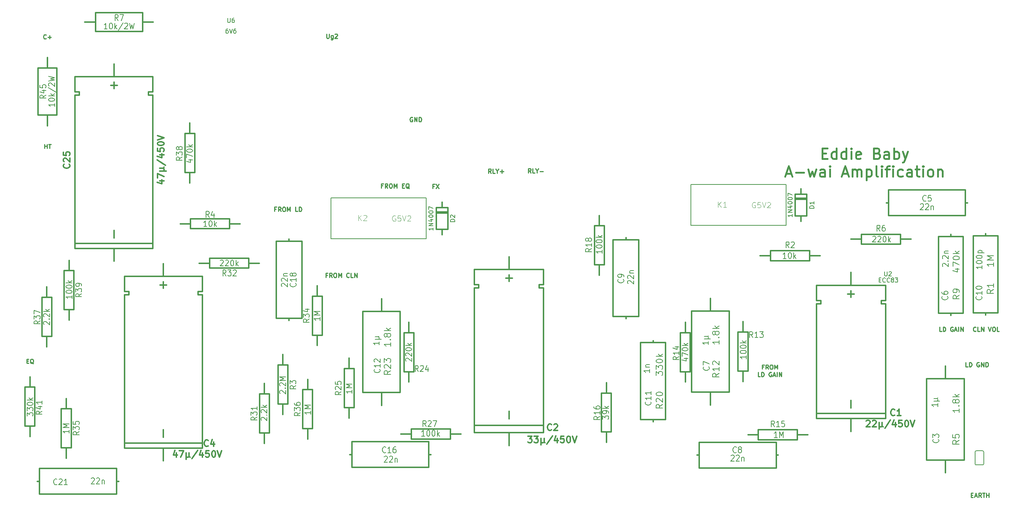
<source format=gto>
G04 #@! TF.FileFunction,Legend,Top*
%FSLAX46Y46*%
G04 Gerber Fmt 4.6, Leading zero omitted, Abs format (unit mm)*
G04 Created by KiCad (PCBNEW 4.0.5+dfsg1-4) date Sun May 14 19:10:16 2017*
%MOMM*%
%LPD*%
G01*
G04 APERTURE LIST*
%ADD10C,0.100000*%
%ADD11C,0.200000*%
%ADD12C,0.250000*%
%ADD13C,0.400000*%
%ADD14C,0.304800*%
%ADD15C,0.203200*%
%ADD16C,0.152400*%
%ADD17C,0.150000*%
%ADD18C,0.254000*%
%ADD19C,0.088900*%
G04 APERTURE END LIST*
D10*
D11*
X298290371Y-170464513D02*
X297576086Y-170964513D01*
X298290371Y-171321656D02*
X296790371Y-171321656D01*
X296790371Y-170750228D01*
X296861800Y-170607370D01*
X296933229Y-170535942D01*
X297076086Y-170464513D01*
X297290371Y-170464513D01*
X297433229Y-170535942D01*
X297504657Y-170607370D01*
X297576086Y-170750228D01*
X297576086Y-171321656D01*
X298290371Y-169035942D02*
X298290371Y-169893085D01*
X298290371Y-169464513D02*
X296790371Y-169464513D01*
X297004657Y-169607370D01*
X297147514Y-169750228D01*
X297218943Y-169893085D01*
X298290371Y-164178800D02*
X298290371Y-165035943D01*
X298290371Y-164607371D02*
X296790371Y-164607371D01*
X297004657Y-164750228D01*
X297147514Y-164893086D01*
X297218943Y-165035943D01*
X298290371Y-163535943D02*
X296790371Y-163535943D01*
X297861800Y-163035943D01*
X296790371Y-162535943D01*
X298290371Y-162535943D01*
D12*
X244546620Y-188562971D02*
X244213286Y-188562971D01*
X244213286Y-189086781D02*
X244213286Y-188086781D01*
X244689477Y-188086781D01*
X245641858Y-189086781D02*
X245308524Y-188610590D01*
X245070429Y-189086781D02*
X245070429Y-188086781D01*
X245451382Y-188086781D01*
X245546620Y-188134400D01*
X245594239Y-188182019D01*
X245641858Y-188277257D01*
X245641858Y-188420114D01*
X245594239Y-188515352D01*
X245546620Y-188562971D01*
X245451382Y-188610590D01*
X245070429Y-188610590D01*
X246260905Y-188086781D02*
X246451382Y-188086781D01*
X246546620Y-188134400D01*
X246641858Y-188229638D01*
X246689477Y-188420114D01*
X246689477Y-188753448D01*
X246641858Y-188943924D01*
X246546620Y-189039162D01*
X246451382Y-189086781D01*
X246260905Y-189086781D01*
X246165667Y-189039162D01*
X246070429Y-188943924D01*
X246022810Y-188753448D01*
X246022810Y-188420114D01*
X246070429Y-188229638D01*
X246165667Y-188134400D01*
X246260905Y-188086781D01*
X247118048Y-189086781D02*
X247118048Y-188086781D01*
X247451382Y-188801067D01*
X247784715Y-188086781D01*
X247784715Y-189086781D01*
X243737096Y-190836781D02*
X243260905Y-190836781D01*
X243260905Y-189836781D01*
X244070429Y-190836781D02*
X244070429Y-189836781D01*
X244308524Y-189836781D01*
X244451382Y-189884400D01*
X244546620Y-189979638D01*
X244594239Y-190074876D01*
X244641858Y-190265352D01*
X244641858Y-190408210D01*
X244594239Y-190598686D01*
X244546620Y-190693924D01*
X244451382Y-190789162D01*
X244308524Y-190836781D01*
X244070429Y-190836781D01*
X246356144Y-189884400D02*
X246260906Y-189836781D01*
X246118049Y-189836781D01*
X245975191Y-189884400D01*
X245879953Y-189979638D01*
X245832334Y-190074876D01*
X245784715Y-190265352D01*
X245784715Y-190408210D01*
X245832334Y-190598686D01*
X245879953Y-190693924D01*
X245975191Y-190789162D01*
X246118049Y-190836781D01*
X246213287Y-190836781D01*
X246356144Y-190789162D01*
X246403763Y-190741543D01*
X246403763Y-190408210D01*
X246213287Y-190408210D01*
X246784715Y-190551067D02*
X247260906Y-190551067D01*
X246689477Y-190836781D02*
X247022810Y-189836781D01*
X247356144Y-190836781D01*
X247689477Y-190836781D02*
X247689477Y-189836781D01*
X248165667Y-190836781D02*
X248165667Y-189836781D01*
X248737096Y-190836781D01*
X248737096Y-189836781D01*
X76422333Y-137434581D02*
X76422333Y-136434581D01*
X76422333Y-136910771D02*
X76993762Y-136910771D01*
X76993762Y-137434581D02*
X76993762Y-136434581D01*
X77327095Y-136434581D02*
X77898524Y-136434581D01*
X77612809Y-137434581D02*
X77612809Y-136434581D01*
D11*
X157320371Y-189437399D02*
X156606086Y-189937399D01*
X157320371Y-190294542D02*
X155820371Y-190294542D01*
X155820371Y-189723114D01*
X155891800Y-189580256D01*
X155963229Y-189508828D01*
X156106086Y-189437399D01*
X156320371Y-189437399D01*
X156463229Y-189508828D01*
X156534657Y-189580256D01*
X156606086Y-189723114D01*
X156606086Y-190294542D01*
X155963229Y-188865971D02*
X155891800Y-188794542D01*
X155820371Y-188651685D01*
X155820371Y-188294542D01*
X155891800Y-188151685D01*
X155963229Y-188080256D01*
X156106086Y-188008828D01*
X156248943Y-188008828D01*
X156463229Y-188080256D01*
X157320371Y-188937399D01*
X157320371Y-188008828D01*
X155820371Y-187508828D02*
X155820371Y-186580257D01*
X156391800Y-187080257D01*
X156391800Y-186865971D01*
X156463229Y-186723114D01*
X156534657Y-186651685D01*
X156677514Y-186580257D01*
X157034657Y-186580257D01*
X157177514Y-186651685D01*
X157248943Y-186723114D01*
X157320371Y-186865971D01*
X157320371Y-187294543D01*
X157248943Y-187437400D01*
X157177514Y-187508828D01*
X157320371Y-182865972D02*
X157320371Y-183723115D01*
X157320371Y-183294543D02*
X155820371Y-183294543D01*
X156034657Y-183437400D01*
X156177514Y-183580258D01*
X156248943Y-183723115D01*
X157177514Y-182223115D02*
X157248943Y-182151687D01*
X157320371Y-182223115D01*
X157248943Y-182294544D01*
X157177514Y-182223115D01*
X157320371Y-182223115D01*
X156463229Y-181294543D02*
X156391800Y-181437401D01*
X156320371Y-181508829D01*
X156177514Y-181580258D01*
X156106086Y-181580258D01*
X155963229Y-181508829D01*
X155891800Y-181437401D01*
X155820371Y-181294543D01*
X155820371Y-181008829D01*
X155891800Y-180865972D01*
X155963229Y-180794543D01*
X156106086Y-180723115D01*
X156177514Y-180723115D01*
X156320371Y-180794543D01*
X156391800Y-180865972D01*
X156463229Y-181008829D01*
X156463229Y-181294543D01*
X156534657Y-181437401D01*
X156606086Y-181508829D01*
X156748943Y-181580258D01*
X157034657Y-181580258D01*
X157177514Y-181508829D01*
X157248943Y-181437401D01*
X157320371Y-181294543D01*
X157320371Y-181008829D01*
X157248943Y-180865972D01*
X157177514Y-180794543D01*
X157034657Y-180723115D01*
X156748943Y-180723115D01*
X156606086Y-180794543D01*
X156534657Y-180865972D01*
X156463229Y-181008829D01*
X157320371Y-180080258D02*
X155820371Y-180080258D01*
X156748943Y-179937401D02*
X157320371Y-179508830D01*
X156320371Y-179508830D02*
X156891800Y-180080258D01*
X220896571Y-197338270D02*
X220182286Y-197838270D01*
X220896571Y-198195413D02*
X219396571Y-198195413D01*
X219396571Y-197623985D01*
X219468000Y-197481127D01*
X219539429Y-197409699D01*
X219682286Y-197338270D01*
X219896571Y-197338270D01*
X220039429Y-197409699D01*
X220110857Y-197481127D01*
X220182286Y-197623985D01*
X220182286Y-198195413D01*
X219539429Y-196766842D02*
X219468000Y-196695413D01*
X219396571Y-196552556D01*
X219396571Y-196195413D01*
X219468000Y-196052556D01*
X219539429Y-195981127D01*
X219682286Y-195909699D01*
X219825143Y-195909699D01*
X220039429Y-195981127D01*
X220896571Y-196838270D01*
X220896571Y-195909699D01*
X219396571Y-194981128D02*
X219396571Y-194838271D01*
X219468000Y-194695414D01*
X219539429Y-194623985D01*
X219682286Y-194552556D01*
X219968000Y-194481128D01*
X220325143Y-194481128D01*
X220610857Y-194552556D01*
X220753714Y-194623985D01*
X220825143Y-194695414D01*
X220896571Y-194838271D01*
X220896571Y-194981128D01*
X220825143Y-195123985D01*
X220753714Y-195195414D01*
X220610857Y-195266842D01*
X220325143Y-195338271D01*
X219968000Y-195338271D01*
X219682286Y-195266842D01*
X219539429Y-195195414D01*
X219468000Y-195123985D01*
X219396571Y-194981128D01*
X219396571Y-190552557D02*
X219396571Y-189623986D01*
X219968000Y-190123986D01*
X219968000Y-189909700D01*
X220039429Y-189766843D01*
X220110857Y-189695414D01*
X220253714Y-189623986D01*
X220610857Y-189623986D01*
X220753714Y-189695414D01*
X220825143Y-189766843D01*
X220896571Y-189909700D01*
X220896571Y-190338272D01*
X220825143Y-190481129D01*
X220753714Y-190552557D01*
X219396571Y-189123986D02*
X219396571Y-188195415D01*
X219968000Y-188695415D01*
X219968000Y-188481129D01*
X220039429Y-188338272D01*
X220110857Y-188266843D01*
X220253714Y-188195415D01*
X220610857Y-188195415D01*
X220753714Y-188266843D01*
X220825143Y-188338272D01*
X220896571Y-188481129D01*
X220896571Y-188909701D01*
X220825143Y-189052558D01*
X220753714Y-189123986D01*
X219396571Y-187266844D02*
X219396571Y-187123987D01*
X219468000Y-186981130D01*
X219539429Y-186909701D01*
X219682286Y-186838272D01*
X219968000Y-186766844D01*
X220325143Y-186766844D01*
X220610857Y-186838272D01*
X220753714Y-186909701D01*
X220825143Y-186981130D01*
X220896571Y-187123987D01*
X220896571Y-187266844D01*
X220825143Y-187409701D01*
X220753714Y-187481130D01*
X220610857Y-187552558D01*
X220325143Y-187623987D01*
X219968000Y-187623987D01*
X219682286Y-187552558D01*
X219539429Y-187481130D01*
X219468000Y-187409701D01*
X219396571Y-187266844D01*
X220896571Y-186123987D02*
X219396571Y-186123987D01*
X220325143Y-185981130D02*
X220896571Y-185552559D01*
X219896571Y-185552559D02*
X220468000Y-186123987D01*
X234104571Y-190072327D02*
X233390286Y-190572327D01*
X234104571Y-190929470D02*
X232604571Y-190929470D01*
X232604571Y-190358042D01*
X232676000Y-190215184D01*
X232747429Y-190143756D01*
X232890286Y-190072327D01*
X233104571Y-190072327D01*
X233247429Y-190143756D01*
X233318857Y-190215184D01*
X233390286Y-190358042D01*
X233390286Y-190929470D01*
X234104571Y-188643756D02*
X234104571Y-189500899D01*
X234104571Y-189072327D02*
X232604571Y-189072327D01*
X232818857Y-189215184D01*
X232961714Y-189358042D01*
X233033143Y-189500899D01*
X232747429Y-188072328D02*
X232676000Y-188000899D01*
X232604571Y-187858042D01*
X232604571Y-187500899D01*
X232676000Y-187358042D01*
X232747429Y-187286613D01*
X232890286Y-187215185D01*
X233033143Y-187215185D01*
X233247429Y-187286613D01*
X234104571Y-188143756D01*
X234104571Y-187215185D01*
X234104571Y-182358043D02*
X234104571Y-183215186D01*
X234104571Y-182786614D02*
X232604571Y-182786614D01*
X232818857Y-182929471D01*
X232961714Y-183072329D01*
X233033143Y-183215186D01*
X233961714Y-181715186D02*
X234033143Y-181643758D01*
X234104571Y-181715186D01*
X234033143Y-181786615D01*
X233961714Y-181715186D01*
X234104571Y-181715186D01*
X233247429Y-180786614D02*
X233176000Y-180929472D01*
X233104571Y-181000900D01*
X232961714Y-181072329D01*
X232890286Y-181072329D01*
X232747429Y-181000900D01*
X232676000Y-180929472D01*
X232604571Y-180786614D01*
X232604571Y-180500900D01*
X232676000Y-180358043D01*
X232747429Y-180286614D01*
X232890286Y-180215186D01*
X232961714Y-180215186D01*
X233104571Y-180286614D01*
X233176000Y-180358043D01*
X233247429Y-180500900D01*
X233247429Y-180786614D01*
X233318857Y-180929472D01*
X233390286Y-181000900D01*
X233533143Y-181072329D01*
X233818857Y-181072329D01*
X233961714Y-181000900D01*
X234033143Y-180929472D01*
X234104571Y-180786614D01*
X234104571Y-180500900D01*
X234033143Y-180358043D01*
X233961714Y-180286614D01*
X233818857Y-180215186D01*
X233533143Y-180215186D01*
X233390286Y-180286614D01*
X233318857Y-180358043D01*
X233247429Y-180500900D01*
X234104571Y-179572329D02*
X232604571Y-179572329D01*
X233533143Y-179429472D02*
X234104571Y-179000901D01*
X233104571Y-179000901D02*
X233676000Y-179572329D01*
X290314771Y-171795484D02*
X289600486Y-172295484D01*
X290314771Y-172652627D02*
X288814771Y-172652627D01*
X288814771Y-172081199D01*
X288886200Y-171938341D01*
X288957629Y-171866913D01*
X289100486Y-171795484D01*
X289314771Y-171795484D01*
X289457629Y-171866913D01*
X289529057Y-171938341D01*
X289600486Y-172081199D01*
X289600486Y-172652627D01*
X290314771Y-171081199D02*
X290314771Y-170795484D01*
X290243343Y-170652627D01*
X290171914Y-170581199D01*
X289957629Y-170438341D01*
X289671914Y-170366913D01*
X289100486Y-170366913D01*
X288957629Y-170438341D01*
X288886200Y-170509770D01*
X288814771Y-170652627D01*
X288814771Y-170938341D01*
X288886200Y-171081199D01*
X288957629Y-171152627D01*
X289100486Y-171224056D01*
X289457629Y-171224056D01*
X289600486Y-171152627D01*
X289671914Y-171081199D01*
X289743343Y-170938341D01*
X289743343Y-170652627D01*
X289671914Y-170509770D01*
X289600486Y-170438341D01*
X289457629Y-170366913D01*
X289314771Y-165652628D02*
X290314771Y-165652628D01*
X288743343Y-166009771D02*
X289814771Y-166366914D01*
X289814771Y-165438342D01*
X288814771Y-165009771D02*
X288814771Y-164009771D01*
X290314771Y-164652628D01*
X288814771Y-163152629D02*
X288814771Y-163009772D01*
X288886200Y-162866915D01*
X288957629Y-162795486D01*
X289100486Y-162724057D01*
X289386200Y-162652629D01*
X289743343Y-162652629D01*
X290029057Y-162724057D01*
X290171914Y-162795486D01*
X290243343Y-162866915D01*
X290314771Y-163009772D01*
X290314771Y-163152629D01*
X290243343Y-163295486D01*
X290171914Y-163366915D01*
X290029057Y-163438343D01*
X289743343Y-163509772D01*
X289386200Y-163509772D01*
X289100486Y-163438343D01*
X288957629Y-163366915D01*
X288886200Y-163295486D01*
X288814771Y-163152629D01*
X290314771Y-162009772D02*
X288814771Y-162009772D01*
X289743343Y-161866915D02*
X290314771Y-161438344D01*
X289314771Y-161438344D02*
X289886200Y-162009772D01*
X290263971Y-205766370D02*
X289549686Y-206266370D01*
X290263971Y-206623513D02*
X288763971Y-206623513D01*
X288763971Y-206052085D01*
X288835400Y-205909227D01*
X288906829Y-205837799D01*
X289049686Y-205766370D01*
X289263971Y-205766370D01*
X289406829Y-205837799D01*
X289478257Y-205909227D01*
X289549686Y-206052085D01*
X289549686Y-206623513D01*
X288763971Y-204409227D02*
X288763971Y-205123513D01*
X289478257Y-205194942D01*
X289406829Y-205123513D01*
X289335400Y-204980656D01*
X289335400Y-204623513D01*
X289406829Y-204480656D01*
X289478257Y-204409227D01*
X289621114Y-204337799D01*
X289978257Y-204337799D01*
X290121114Y-204409227D01*
X290192543Y-204480656D01*
X290263971Y-204623513D01*
X290263971Y-204980656D01*
X290192543Y-205123513D01*
X290121114Y-205194942D01*
X290263971Y-198337800D02*
X290263971Y-199194943D01*
X290263971Y-198766371D02*
X288763971Y-198766371D01*
X288978257Y-198909228D01*
X289121114Y-199052086D01*
X289192543Y-199194943D01*
X290121114Y-197694943D02*
X290192543Y-197623515D01*
X290263971Y-197694943D01*
X290192543Y-197766372D01*
X290121114Y-197694943D01*
X290263971Y-197694943D01*
X289406829Y-196766371D02*
X289335400Y-196909229D01*
X289263971Y-196980657D01*
X289121114Y-197052086D01*
X289049686Y-197052086D01*
X288906829Y-196980657D01*
X288835400Y-196909229D01*
X288763971Y-196766371D01*
X288763971Y-196480657D01*
X288835400Y-196337800D01*
X288906829Y-196266371D01*
X289049686Y-196194943D01*
X289121114Y-196194943D01*
X289263971Y-196266371D01*
X289335400Y-196337800D01*
X289406829Y-196480657D01*
X289406829Y-196766371D01*
X289478257Y-196909229D01*
X289549686Y-196980657D01*
X289692543Y-197052086D01*
X289978257Y-197052086D01*
X290121114Y-196980657D01*
X290192543Y-196909229D01*
X290263971Y-196766371D01*
X290263971Y-196480657D01*
X290192543Y-196337800D01*
X290121114Y-196266371D01*
X289978257Y-196194943D01*
X289692543Y-196194943D01*
X289549686Y-196266371D01*
X289478257Y-196337800D01*
X289406829Y-196480657D01*
X290263971Y-195552086D02*
X288763971Y-195552086D01*
X289692543Y-195409229D02*
X290263971Y-194980658D01*
X289263971Y-194980658D02*
X289835400Y-195552086D01*
D13*
X258266847Y-138564029D02*
X259100180Y-138564029D01*
X259457323Y-139873552D02*
X258266847Y-139873552D01*
X258266847Y-137373552D01*
X259457323Y-137373552D01*
X261600181Y-139873552D02*
X261600181Y-137373552D01*
X261600181Y-139754505D02*
X261362085Y-139873552D01*
X260885895Y-139873552D01*
X260647800Y-139754505D01*
X260528752Y-139635457D01*
X260409704Y-139397362D01*
X260409704Y-138683076D01*
X260528752Y-138444981D01*
X260647800Y-138325933D01*
X260885895Y-138206886D01*
X261362085Y-138206886D01*
X261600181Y-138325933D01*
X263862086Y-139873552D02*
X263862086Y-137373552D01*
X263862086Y-139754505D02*
X263623990Y-139873552D01*
X263147800Y-139873552D01*
X262909705Y-139754505D01*
X262790657Y-139635457D01*
X262671609Y-139397362D01*
X262671609Y-138683076D01*
X262790657Y-138444981D01*
X262909705Y-138325933D01*
X263147800Y-138206886D01*
X263623990Y-138206886D01*
X263862086Y-138325933D01*
X265052562Y-139873552D02*
X265052562Y-138206886D01*
X265052562Y-137373552D02*
X264933514Y-137492600D01*
X265052562Y-137611648D01*
X265171610Y-137492600D01*
X265052562Y-137373552D01*
X265052562Y-137611648D01*
X267195419Y-139754505D02*
X266957324Y-139873552D01*
X266481133Y-139873552D01*
X266243038Y-139754505D01*
X266123990Y-139516410D01*
X266123990Y-138564029D01*
X266243038Y-138325933D01*
X266481133Y-138206886D01*
X266957324Y-138206886D01*
X267195419Y-138325933D01*
X267314467Y-138564029D01*
X267314467Y-138802124D01*
X266123990Y-139040219D01*
X271123990Y-138564029D02*
X271481133Y-138683076D01*
X271600181Y-138802124D01*
X271719229Y-139040219D01*
X271719229Y-139397362D01*
X271600181Y-139635457D01*
X271481133Y-139754505D01*
X271243038Y-139873552D01*
X270290657Y-139873552D01*
X270290657Y-137373552D01*
X271123990Y-137373552D01*
X271362086Y-137492600D01*
X271481133Y-137611648D01*
X271600181Y-137849743D01*
X271600181Y-138087838D01*
X271481133Y-138325933D01*
X271362086Y-138444981D01*
X271123990Y-138564029D01*
X270290657Y-138564029D01*
X273862086Y-139873552D02*
X273862086Y-138564029D01*
X273743038Y-138325933D01*
X273504943Y-138206886D01*
X273028752Y-138206886D01*
X272790657Y-138325933D01*
X273862086Y-139754505D02*
X273623990Y-139873552D01*
X273028752Y-139873552D01*
X272790657Y-139754505D01*
X272671609Y-139516410D01*
X272671609Y-139278314D01*
X272790657Y-139040219D01*
X273028752Y-138921171D01*
X273623990Y-138921171D01*
X273862086Y-138802124D01*
X275052562Y-139873552D02*
X275052562Y-137373552D01*
X275052562Y-138325933D02*
X275290657Y-138206886D01*
X275766848Y-138206886D01*
X276004943Y-138325933D01*
X276123991Y-138444981D01*
X276243038Y-138683076D01*
X276243038Y-139397362D01*
X276123991Y-139635457D01*
X276004943Y-139754505D01*
X275766848Y-139873552D01*
X275290657Y-139873552D01*
X275052562Y-139754505D01*
X277076372Y-138206886D02*
X277671610Y-139873552D01*
X278266848Y-138206886D02*
X277671610Y-139873552D01*
X277433515Y-140468790D01*
X277314467Y-140587838D01*
X277076372Y-140706886D01*
X249814467Y-143309267D02*
X251004944Y-143309267D01*
X249576372Y-144023552D02*
X250409706Y-141523552D01*
X251243039Y-144023552D01*
X252076372Y-143071171D02*
X253981134Y-143071171D01*
X254933515Y-142356886D02*
X255409705Y-144023552D01*
X255885896Y-142833076D01*
X256362086Y-144023552D01*
X256838277Y-142356886D01*
X258862087Y-144023552D02*
X258862087Y-142714029D01*
X258743039Y-142475933D01*
X258504944Y-142356886D01*
X258028753Y-142356886D01*
X257790658Y-142475933D01*
X258862087Y-143904505D02*
X258623991Y-144023552D01*
X258028753Y-144023552D01*
X257790658Y-143904505D01*
X257671610Y-143666410D01*
X257671610Y-143428314D01*
X257790658Y-143190219D01*
X258028753Y-143071171D01*
X258623991Y-143071171D01*
X258862087Y-142952124D01*
X260052563Y-144023552D02*
X260052563Y-142356886D01*
X260052563Y-141523552D02*
X259933515Y-141642600D01*
X260052563Y-141761648D01*
X260171611Y-141642600D01*
X260052563Y-141523552D01*
X260052563Y-141761648D01*
X263028753Y-143309267D02*
X264219230Y-143309267D01*
X262790658Y-144023552D02*
X263623992Y-141523552D01*
X264457325Y-144023552D01*
X265290658Y-144023552D02*
X265290658Y-142356886D01*
X265290658Y-142594981D02*
X265409706Y-142475933D01*
X265647801Y-142356886D01*
X266004944Y-142356886D01*
X266243039Y-142475933D01*
X266362087Y-142714029D01*
X266362087Y-144023552D01*
X266362087Y-142714029D02*
X266481134Y-142475933D01*
X266719230Y-142356886D01*
X267076372Y-142356886D01*
X267314468Y-142475933D01*
X267433515Y-142714029D01*
X267433515Y-144023552D01*
X268623991Y-142356886D02*
X268623991Y-144856886D01*
X268623991Y-142475933D02*
X268862086Y-142356886D01*
X269338277Y-142356886D01*
X269576372Y-142475933D01*
X269695420Y-142594981D01*
X269814467Y-142833076D01*
X269814467Y-143547362D01*
X269695420Y-143785457D01*
X269576372Y-143904505D01*
X269338277Y-144023552D01*
X268862086Y-144023552D01*
X268623991Y-143904505D01*
X271243039Y-144023552D02*
X271004944Y-143904505D01*
X270885896Y-143666410D01*
X270885896Y-141523552D01*
X272195420Y-144023552D02*
X272195420Y-142356886D01*
X272195420Y-141523552D02*
X272076372Y-141642600D01*
X272195420Y-141761648D01*
X272314468Y-141642600D01*
X272195420Y-141523552D01*
X272195420Y-141761648D01*
X273028753Y-142356886D02*
X273981134Y-142356886D01*
X273385896Y-144023552D02*
X273385896Y-141880695D01*
X273504944Y-141642600D01*
X273743039Y-141523552D01*
X273981134Y-141523552D01*
X274814467Y-144023552D02*
X274814467Y-142356886D01*
X274814467Y-141523552D02*
X274695419Y-141642600D01*
X274814467Y-141761648D01*
X274933515Y-141642600D01*
X274814467Y-141523552D01*
X274814467Y-141761648D01*
X277076372Y-143904505D02*
X276838276Y-144023552D01*
X276362086Y-144023552D01*
X276123991Y-143904505D01*
X276004943Y-143785457D01*
X275885895Y-143547362D01*
X275885895Y-142833076D01*
X276004943Y-142594981D01*
X276123991Y-142475933D01*
X276362086Y-142356886D01*
X276838276Y-142356886D01*
X277076372Y-142475933D01*
X279219229Y-144023552D02*
X279219229Y-142714029D01*
X279100181Y-142475933D01*
X278862086Y-142356886D01*
X278385895Y-142356886D01*
X278147800Y-142475933D01*
X279219229Y-143904505D02*
X278981133Y-144023552D01*
X278385895Y-144023552D01*
X278147800Y-143904505D01*
X278028752Y-143666410D01*
X278028752Y-143428314D01*
X278147800Y-143190219D01*
X278385895Y-143071171D01*
X278981133Y-143071171D01*
X279219229Y-142952124D01*
X280052562Y-142356886D02*
X281004943Y-142356886D01*
X280409705Y-141523552D02*
X280409705Y-143666410D01*
X280528753Y-143904505D01*
X280766848Y-144023552D01*
X281004943Y-144023552D01*
X281838276Y-144023552D02*
X281838276Y-142356886D01*
X281838276Y-141523552D02*
X281719228Y-141642600D01*
X281838276Y-141761648D01*
X281957324Y-141642600D01*
X281838276Y-141523552D01*
X281838276Y-141761648D01*
X283385895Y-144023552D02*
X283147800Y-143904505D01*
X283028752Y-143785457D01*
X282909704Y-143547362D01*
X282909704Y-142833076D01*
X283028752Y-142594981D01*
X283147800Y-142475933D01*
X283385895Y-142356886D01*
X283743038Y-142356886D01*
X283981133Y-142475933D01*
X284100181Y-142594981D01*
X284219228Y-142833076D01*
X284219228Y-143547362D01*
X284100181Y-143785457D01*
X283981133Y-143904505D01*
X283743038Y-144023552D01*
X283385895Y-144023552D01*
X285290657Y-142356886D02*
X285290657Y-144023552D01*
X285290657Y-142594981D02*
X285409705Y-142475933D01*
X285647800Y-142356886D01*
X286004943Y-142356886D01*
X286243038Y-142475933D01*
X286362086Y-142714029D01*
X286362086Y-144023552D01*
D12*
X72236105Y-187202771D02*
X72569439Y-187202771D01*
X72712296Y-187726581D02*
X72236105Y-187726581D01*
X72236105Y-186726581D01*
X72712296Y-186726581D01*
X73807534Y-187821819D02*
X73712296Y-187774200D01*
X73617058Y-187678962D01*
X73474201Y-187536105D01*
X73378962Y-187488486D01*
X73283724Y-187488486D01*
X73331343Y-187726581D02*
X73236105Y-187678962D01*
X73140867Y-187583724D01*
X73093248Y-187393248D01*
X73093248Y-187059914D01*
X73140867Y-186869438D01*
X73236105Y-186774200D01*
X73331343Y-186726581D01*
X73521820Y-186726581D01*
X73617058Y-186774200D01*
X73712296Y-186869438D01*
X73759915Y-187059914D01*
X73759915Y-187393248D01*
X73712296Y-187583724D01*
X73617058Y-187678962D01*
X73521820Y-187726581D01*
X73331343Y-187726581D01*
X294187857Y-180138343D02*
X294140238Y-180185962D01*
X293997381Y-180233581D01*
X293902143Y-180233581D01*
X293759285Y-180185962D01*
X293664047Y-180090724D01*
X293616428Y-179995486D01*
X293568809Y-179805010D01*
X293568809Y-179662152D01*
X293616428Y-179471676D01*
X293664047Y-179376438D01*
X293759285Y-179281200D01*
X293902143Y-179233581D01*
X293997381Y-179233581D01*
X294140238Y-179281200D01*
X294187857Y-179328819D01*
X295092619Y-180233581D02*
X294616428Y-180233581D01*
X294616428Y-179233581D01*
X295425952Y-180233581D02*
X295425952Y-179233581D01*
X295997381Y-180233581D01*
X295997381Y-179233581D01*
X297092619Y-179233581D02*
X297425952Y-180233581D01*
X297759286Y-179233581D01*
X298283095Y-179233581D02*
X298473572Y-179233581D01*
X298568810Y-179281200D01*
X298664048Y-179376438D01*
X298711667Y-179566914D01*
X298711667Y-179900248D01*
X298664048Y-180090724D01*
X298568810Y-180185962D01*
X298473572Y-180233581D01*
X298283095Y-180233581D01*
X298187857Y-180185962D01*
X298092619Y-180090724D01*
X298045000Y-179900248D01*
X298045000Y-179566914D01*
X298092619Y-179376438D01*
X298187857Y-179281200D01*
X298283095Y-179233581D01*
X299616429Y-180233581D02*
X299140238Y-180233581D01*
X299140238Y-179233581D01*
X76779477Y-111685343D02*
X76731858Y-111732962D01*
X76589001Y-111780581D01*
X76493763Y-111780581D01*
X76350905Y-111732962D01*
X76255667Y-111637724D01*
X76208048Y-111542486D01*
X76160429Y-111352010D01*
X76160429Y-111209152D01*
X76208048Y-111018676D01*
X76255667Y-110923438D01*
X76350905Y-110828200D01*
X76493763Y-110780581D01*
X76589001Y-110780581D01*
X76731858Y-110828200D01*
X76779477Y-110875819D01*
X77208048Y-111399629D02*
X77969953Y-111399629D01*
X77589001Y-111780581D02*
X77589001Y-111018676D01*
X286180496Y-180233581D02*
X285704305Y-180233581D01*
X285704305Y-179233581D01*
X286513829Y-180233581D02*
X286513829Y-179233581D01*
X286751924Y-179233581D01*
X286894782Y-179281200D01*
X286990020Y-179376438D01*
X287037639Y-179471676D01*
X287085258Y-179662152D01*
X287085258Y-179805010D01*
X287037639Y-179995486D01*
X286990020Y-180090724D01*
X286894782Y-180185962D01*
X286751924Y-180233581D01*
X286513829Y-180233581D01*
X288799544Y-179281200D02*
X288704306Y-179233581D01*
X288561449Y-179233581D01*
X288418591Y-179281200D01*
X288323353Y-179376438D01*
X288275734Y-179471676D01*
X288228115Y-179662152D01*
X288228115Y-179805010D01*
X288275734Y-179995486D01*
X288323353Y-180090724D01*
X288418591Y-180185962D01*
X288561449Y-180233581D01*
X288656687Y-180233581D01*
X288799544Y-180185962D01*
X288847163Y-180138343D01*
X288847163Y-179805010D01*
X288656687Y-179805010D01*
X289228115Y-179947867D02*
X289704306Y-179947867D01*
X289132877Y-180233581D02*
X289466210Y-179233581D01*
X289799544Y-180233581D01*
X290132877Y-180233581D02*
X290132877Y-179233581D01*
X290609067Y-180233581D02*
X290609067Y-179233581D01*
X291180496Y-180233581D01*
X291180496Y-179233581D01*
D14*
X247980600Y-209219800D02*
X247480600Y-209219800D01*
X247480600Y-212219800D02*
X229480600Y-212219800D01*
X229480600Y-212219800D02*
X229480600Y-206219800D01*
X229480600Y-206219800D02*
X247480600Y-206219800D01*
X247480600Y-206219800D02*
X247480600Y-212219800D01*
X229480600Y-209219800D02*
X228980600Y-209219800D01*
X212344000Y-158317800D02*
X212344000Y-158817800D01*
X215344000Y-158817800D02*
X215344000Y-176817800D01*
X215344000Y-176817800D02*
X209344000Y-176817800D01*
X209344000Y-176817800D02*
X209344000Y-158817800D01*
X209344000Y-158817800D02*
X215344000Y-158817800D01*
X212344000Y-176817800D02*
X212344000Y-177317800D01*
X85827600Y-107848400D02*
X88263600Y-107848400D01*
X88327600Y-105648400D02*
X99327600Y-105648400D01*
X99327600Y-105648400D02*
X99327600Y-110048400D01*
X99327600Y-110048400D02*
X88327600Y-110048400D01*
X88327600Y-110048400D02*
X88327600Y-105648400D01*
X101827600Y-107848400D02*
X99391600Y-107848400D01*
X110388400Y-131516600D02*
X110388400Y-133952600D01*
X110388400Y-133952600D02*
X111538400Y-133952600D01*
X111538400Y-134016600D02*
X111538400Y-143016600D01*
X111538400Y-143080600D02*
X109238400Y-143080600D01*
X109238400Y-143016600D02*
X109238400Y-134016600D01*
X109238400Y-133952600D02*
X110388400Y-133952600D01*
X110388400Y-145516600D02*
X110388400Y-143080600D01*
X273102200Y-169482600D02*
X273102200Y-173052600D01*
X273102200Y-173052600D02*
X272086200Y-173052600D01*
X272086200Y-173052600D02*
X272086200Y-173814600D01*
X272086200Y-173814600D02*
X273102200Y-173814600D01*
X273102200Y-173814600D02*
X273102200Y-200682600D01*
X256894200Y-200682600D02*
X256894200Y-173814600D01*
X256894200Y-173814600D02*
X257910200Y-173814600D01*
X257910200Y-173814600D02*
X257910200Y-173052600D01*
X257910200Y-173052600D02*
X256894200Y-173052600D01*
X256894200Y-173052600D02*
X256894200Y-169482600D01*
X256898200Y-169482600D02*
X273098200Y-169482600D01*
X273098200Y-200682600D02*
X256898200Y-200682600D01*
X256898200Y-199482600D02*
X273098200Y-199482600D01*
X264998200Y-169482600D02*
X264998200Y-166482600D01*
X264998200Y-200682600D02*
X264998200Y-203682600D01*
X264998200Y-198198600D02*
X264998200Y-196420600D01*
X264998200Y-170750600D02*
X264998200Y-172274600D01*
X265760200Y-171512600D02*
X264236200Y-171512600D01*
X113307500Y-167380500D02*
X113307500Y-170950500D01*
X113307500Y-170950500D02*
X112291500Y-170950500D01*
X112291500Y-170950500D02*
X112291500Y-171712500D01*
X112291500Y-171712500D02*
X113307500Y-171712500D01*
X113307500Y-171712500D02*
X113307500Y-207580500D01*
X95099500Y-207580500D02*
X95099500Y-171712500D01*
X95099500Y-171712500D02*
X96115500Y-171712500D01*
X96115500Y-171712500D02*
X96115500Y-170950500D01*
X96115500Y-170950500D02*
X95099500Y-170950500D01*
X95099500Y-170950500D02*
X95099500Y-167380500D01*
X95103500Y-167380500D02*
X113303500Y-167380500D01*
X113303500Y-207580500D02*
X95103500Y-207580500D01*
X95103500Y-206380500D02*
X113303500Y-206380500D01*
X104203500Y-167380500D02*
X104203500Y-164380500D01*
X104203500Y-207580500D02*
X104203500Y-210580500D01*
X104203500Y-205096500D02*
X104203500Y-203318500D01*
X104203500Y-168648500D02*
X104203500Y-170172500D01*
X104965500Y-169410500D02*
X103441500Y-169410500D01*
X253314200Y-146862800D02*
X253314200Y-148124800D01*
X253314200Y-148124800D02*
X251964200Y-148124800D01*
X251964200Y-148124800D02*
X251964200Y-153220800D01*
X251964200Y-153220800D02*
X253314200Y-153220800D01*
X253314200Y-153220800D02*
X253314200Y-154482800D01*
X253314200Y-153220800D02*
X254664200Y-153220800D01*
X254664200Y-153220800D02*
X254664200Y-148124800D01*
X254664200Y-148124800D02*
X253314200Y-148124800D01*
X251964200Y-149132800D02*
X254664200Y-149132800D01*
X254664200Y-149386800D02*
X251964200Y-149386800D01*
D15*
X227530660Y-155440380D02*
X249786140Y-155440380D01*
X249786140Y-145844260D02*
X227530660Y-145844260D01*
X227530660Y-155399740D02*
X227530660Y-145844260D01*
X249786140Y-145844260D02*
X249786140Y-155399740D01*
D14*
X243723400Y-162560000D02*
X246159400Y-162560000D01*
X246159400Y-162560000D02*
X246159400Y-161410000D01*
X246223400Y-161410000D02*
X255223400Y-161410000D01*
X255287400Y-161410000D02*
X255287400Y-163710000D01*
X255223400Y-163710000D02*
X246223400Y-163710000D01*
X246159400Y-163710000D02*
X246159400Y-162560000D01*
X257723400Y-162560000D02*
X255287400Y-162560000D01*
X108123200Y-155092400D02*
X110559200Y-155092400D01*
X110559200Y-155092400D02*
X110559200Y-153942400D01*
X110623200Y-153942400D02*
X119623200Y-153942400D01*
X119687200Y-153942400D02*
X119687200Y-156242400D01*
X119623200Y-156242400D02*
X110623200Y-156242400D01*
X110559200Y-156242400D02*
X110559200Y-155092400D01*
X122123200Y-155092400D02*
X119687200Y-155092400D01*
X264983200Y-158673800D02*
X267419200Y-158673800D01*
X267419200Y-158673800D02*
X267419200Y-157523800D01*
X267483200Y-157523800D02*
X276483200Y-157523800D01*
X276547200Y-157523800D02*
X276547200Y-159823800D01*
X276483200Y-159823800D02*
X267483200Y-159823800D01*
X267419200Y-159823800D02*
X267419200Y-158673800D01*
X278983200Y-158673800D02*
X276547200Y-158673800D01*
X239725200Y-177990500D02*
X239725200Y-180426500D01*
X239725200Y-180426500D02*
X240875200Y-180426500D01*
X240875200Y-180490500D02*
X240875200Y-189490500D01*
X240875200Y-189554500D02*
X238575200Y-189554500D01*
X238575200Y-189490500D02*
X238575200Y-180490500D01*
X238575200Y-180426500D02*
X239725200Y-180426500D01*
X239725200Y-191990500D02*
X239725200Y-189554500D01*
X226237800Y-192140600D02*
X226237800Y-189704600D01*
X226237800Y-189704600D02*
X225087800Y-189704600D01*
X225087800Y-189640600D02*
X225087800Y-180640600D01*
X225087800Y-180576600D02*
X227387800Y-180576600D01*
X227387800Y-180640600D02*
X227387800Y-189640600D01*
X227387800Y-189704600D02*
X226237800Y-189704600D01*
X226237800Y-178140600D02*
X226237800Y-180576600D01*
X240878600Y-204470000D02*
X243314600Y-204470000D01*
X243314600Y-204470000D02*
X243314600Y-203320000D01*
X243378600Y-203320000D02*
X252378600Y-203320000D01*
X252442600Y-203320000D02*
X252442600Y-205620000D01*
X252378600Y-205620000D02*
X243378600Y-205620000D01*
X243314600Y-205620000D02*
X243314600Y-204470000D01*
X254878600Y-204470000D02*
X252442600Y-204470000D01*
X207797400Y-192263000D02*
X207797400Y-194699000D01*
X207797400Y-194699000D02*
X208947400Y-194699000D01*
X208947400Y-194763000D02*
X208947400Y-203763000D01*
X208947400Y-203827000D02*
X206647400Y-203827000D01*
X206647400Y-203763000D02*
X206647400Y-194763000D01*
X206647400Y-194699000D02*
X207797400Y-194699000D01*
X207797400Y-206263000D02*
X207797400Y-203827000D01*
X206146400Y-153121600D02*
X206146400Y-155557600D01*
X206146400Y-155557600D02*
X207296400Y-155557600D01*
X207296400Y-155621600D02*
X207296400Y-164621600D01*
X207296400Y-164685600D02*
X204996400Y-164685600D01*
X204996400Y-164621600D02*
X204996400Y-155621600D01*
X204996400Y-155557600D02*
X206146400Y-155557600D01*
X206146400Y-167121600D02*
X206146400Y-164685600D01*
X161594800Y-178125600D02*
X161594800Y-180561600D01*
X161594800Y-180561600D02*
X162744800Y-180561600D01*
X162744800Y-180625600D02*
X162744800Y-189625600D01*
X162744800Y-189689600D02*
X160444800Y-189689600D01*
X160444800Y-189625600D02*
X160444800Y-180625600D01*
X160444800Y-180561600D02*
X161594800Y-180561600D01*
X161594800Y-192125600D02*
X161594800Y-189689600D01*
X147650200Y-200548000D02*
X147650200Y-198112000D01*
X147650200Y-198112000D02*
X146500200Y-198112000D01*
X146500200Y-198048000D02*
X146500200Y-189048000D01*
X146500200Y-188984000D02*
X148800200Y-188984000D01*
X148800200Y-189048000D02*
X148800200Y-198048000D01*
X148800200Y-198112000D02*
X147650200Y-198112000D01*
X147650200Y-186548000D02*
X147650200Y-188984000D01*
X159751000Y-204292200D02*
X162187000Y-204292200D01*
X162187000Y-204292200D02*
X162187000Y-203142200D01*
X162251000Y-203142200D02*
X171251000Y-203142200D01*
X171315000Y-203142200D02*
X171315000Y-205442200D01*
X171251000Y-205442200D02*
X162251000Y-205442200D01*
X162187000Y-205442200D02*
X162187000Y-204292200D01*
X173751000Y-204292200D02*
X171315000Y-204292200D01*
X127812800Y-192466200D02*
X127812800Y-194902200D01*
X127812800Y-194902200D02*
X128962800Y-194902200D01*
X128962800Y-194966200D02*
X128962800Y-203966200D01*
X128962800Y-204030200D02*
X126662800Y-204030200D01*
X126662800Y-203966200D02*
X126662800Y-194966200D01*
X126662800Y-194902200D02*
X127812800Y-194902200D01*
X127812800Y-206466200D02*
X127812800Y-204030200D01*
X112583200Y-164312600D02*
X115019200Y-164312600D01*
X115019200Y-164312600D02*
X115019200Y-163162600D01*
X115083200Y-163162600D02*
X124083200Y-163162600D01*
X124147200Y-163162600D02*
X124147200Y-165462600D01*
X124083200Y-165462600D02*
X115083200Y-165462600D01*
X115019200Y-165462600D02*
X115019200Y-164312600D01*
X126583200Y-164312600D02*
X124147200Y-164312600D01*
X140182600Y-183580800D02*
X140182600Y-181144800D01*
X140182600Y-181144800D02*
X139032600Y-181144800D01*
X139032600Y-181080800D02*
X139032600Y-172080800D01*
X139032600Y-172016800D02*
X141332600Y-172016800D01*
X141332600Y-172080800D02*
X141332600Y-181080800D01*
X141332600Y-181144800D02*
X140182600Y-181144800D01*
X140182600Y-169580800D02*
X140182600Y-172016800D01*
X76936600Y-169870600D02*
X76936600Y-172306600D01*
X76936600Y-172306600D02*
X78086600Y-172306600D01*
X78086600Y-172370600D02*
X78086600Y-181370600D01*
X78086600Y-181434600D02*
X75786600Y-181434600D01*
X75786600Y-181370600D02*
X75786600Y-172370600D01*
X75786600Y-172306600D02*
X76936600Y-172306600D01*
X76936600Y-183870600D02*
X76936600Y-181434600D01*
D16*
X293979600Y-211277200D02*
X293979600Y-208483200D01*
X295757600Y-211531200D02*
G75*
G03X296011600Y-211277200I0J254000D01*
G01*
X296011600Y-208483200D02*
G75*
G03X295757600Y-208229200I-254000J0D01*
G01*
X293979600Y-208483200D02*
G75*
G02X294233600Y-208229200I254000J0D01*
G01*
X294233600Y-211531200D02*
G75*
G02X293979600Y-211277200I0J254000D01*
G01*
X294233600Y-211531200D02*
X295757600Y-211531200D01*
X294233600Y-208229200D02*
X295757600Y-208229200D01*
X296011600Y-208483200D02*
X296011600Y-211277200D01*
D14*
X288315400Y-157530800D02*
X288315400Y-158030800D01*
X291215400Y-158030800D02*
X291215400Y-176030800D01*
X291215400Y-176030800D02*
X285415400Y-176030800D01*
X285415400Y-176030800D02*
X285415400Y-158030800D01*
X285415400Y-158030800D02*
X291215400Y-158030800D01*
X288315400Y-176030800D02*
X288315400Y-176530800D01*
X232092500Y-172510400D02*
X232092500Y-175510400D01*
X236492500Y-175510400D02*
X236492500Y-194510400D01*
X236492500Y-194510400D02*
X227692500Y-194510400D01*
X227692500Y-194510400D02*
X227692500Y-175510400D01*
X227692500Y-175510400D02*
X236492500Y-175510400D01*
X232092500Y-194510400D02*
X232092500Y-197510400D01*
X218694000Y-182409700D02*
X218694000Y-182909700D01*
X221594000Y-182909700D02*
X221594000Y-200909700D01*
X221594000Y-200909700D02*
X215794000Y-200909700D01*
X215794000Y-200909700D02*
X215794000Y-182909700D01*
X215794000Y-182909700D02*
X221594000Y-182909700D01*
X218694000Y-200909700D02*
X218694000Y-201409700D01*
X155194000Y-172589800D02*
X155194000Y-175589800D01*
X159594000Y-175589800D02*
X159594000Y-194589800D01*
X159594000Y-194589800D02*
X150794000Y-194589800D01*
X150794000Y-194589800D02*
X150794000Y-175589800D01*
X150794000Y-175589800D02*
X159594000Y-175589800D01*
X155194000Y-194589800D02*
X155194000Y-197589800D01*
X166751000Y-209092800D02*
X166251000Y-209092800D01*
X166251000Y-212092800D02*
X148251000Y-212092800D01*
X148251000Y-212092800D02*
X148251000Y-206092800D01*
X148251000Y-206092800D02*
X166251000Y-206092800D01*
X166251000Y-206092800D02*
X166251000Y-212092800D01*
X148251000Y-209092800D02*
X147751000Y-209092800D01*
X133578600Y-158698800D02*
X133578600Y-159198800D01*
X136578600Y-159198800D02*
X136578600Y-177198800D01*
X136578600Y-177198800D02*
X130578600Y-177198800D01*
X130578600Y-177198800D02*
X130578600Y-159198800D01*
X130578600Y-159198800D02*
X136578600Y-159198800D01*
X133578600Y-177198800D02*
X133578600Y-177698800D01*
X93751800Y-215366600D02*
X93251800Y-215366600D01*
X93251800Y-218366600D02*
X75251800Y-218366600D01*
X75251800Y-218366600D02*
X75251800Y-212366600D01*
X75251800Y-212366600D02*
X93251800Y-212366600D01*
X93251800Y-212366600D02*
X93251800Y-218366600D01*
X75251800Y-215366600D02*
X74751800Y-215366600D01*
X101737800Y-120657200D02*
X101737800Y-124227200D01*
X101737800Y-124227200D02*
X100721800Y-124227200D01*
X100721800Y-124227200D02*
X100721800Y-124989200D01*
X100721800Y-124989200D02*
X101737800Y-124989200D01*
X101737800Y-124989200D02*
X101737800Y-160857200D01*
X83529800Y-160857200D02*
X83529800Y-124989200D01*
X83529800Y-124989200D02*
X84545800Y-124989200D01*
X84545800Y-124989200D02*
X84545800Y-124227200D01*
X84545800Y-124227200D02*
X83529800Y-124227200D01*
X83529800Y-124227200D02*
X83529800Y-120657200D01*
X83533800Y-120657200D02*
X101733800Y-120657200D01*
X101733800Y-160857200D02*
X83533800Y-160857200D01*
X83533800Y-159657200D02*
X101733800Y-159657200D01*
X92633800Y-120657200D02*
X92633800Y-117657200D01*
X92633800Y-160857200D02*
X92633800Y-163857200D01*
X92633800Y-158373200D02*
X92633800Y-156595200D01*
X92633800Y-121925200D02*
X92633800Y-123449200D01*
X93395800Y-122687200D02*
X91871800Y-122687200D01*
X132156200Y-185684400D02*
X132156200Y-188120400D01*
X132156200Y-188120400D02*
X133306200Y-188120400D01*
X133306200Y-188184400D02*
X133306200Y-197184400D01*
X133306200Y-197248400D02*
X131006200Y-197248400D01*
X131006200Y-197184400D02*
X131006200Y-188184400D01*
X131006200Y-188120400D02*
X132156200Y-188120400D01*
X132156200Y-199684400D02*
X132156200Y-197248400D01*
X81483200Y-209956400D02*
X81483200Y-207520400D01*
X81483200Y-207520400D02*
X80333200Y-207520400D01*
X80333200Y-207456400D02*
X80333200Y-198456400D01*
X80333200Y-198392400D02*
X82633200Y-198392400D01*
X82633200Y-198456400D02*
X82633200Y-207456400D01*
X82633200Y-207520400D02*
X81483200Y-207520400D01*
X81483200Y-195956400D02*
X81483200Y-198392400D01*
X137922000Y-191475600D02*
X137922000Y-193911600D01*
X137922000Y-193911600D02*
X139072000Y-193911600D01*
X139072000Y-193975600D02*
X139072000Y-202975600D01*
X139072000Y-203039600D02*
X136772000Y-203039600D01*
X136772000Y-202975600D02*
X136772000Y-193975600D01*
X136772000Y-193911600D02*
X137922000Y-193911600D01*
X137922000Y-205475600D02*
X137922000Y-203039600D01*
X82143600Y-163611800D02*
X82143600Y-166047800D01*
X82143600Y-166047800D02*
X83293600Y-166047800D01*
X83293600Y-166111800D02*
X83293600Y-175111800D01*
X83293600Y-175175800D02*
X80993600Y-175175800D01*
X80993600Y-175111800D02*
X80993600Y-166111800D01*
X80993600Y-166047800D02*
X82143600Y-166047800D01*
X82143600Y-177611800D02*
X82143600Y-175175800D01*
X72999600Y-190876400D02*
X72999600Y-193312400D01*
X72999600Y-193312400D02*
X74149600Y-193312400D01*
X74149600Y-193376400D02*
X74149600Y-202376400D01*
X74149600Y-202440400D02*
X71849600Y-202440400D01*
X71849600Y-202376400D02*
X71849600Y-193376400D01*
X71849600Y-193312400D02*
X72999600Y-193312400D01*
X72999600Y-204876400D02*
X72999600Y-202440400D01*
X77114400Y-132130800D02*
X77114400Y-129694800D01*
X74914400Y-129630800D02*
X74914400Y-118630800D01*
X74914400Y-118630800D02*
X79314400Y-118630800D01*
X79314400Y-118630800D02*
X79314400Y-129630800D01*
X79314400Y-129630800D02*
X74914400Y-129630800D01*
X77114400Y-116130800D02*
X77114400Y-118566800D01*
X287096200Y-188366400D02*
X287096200Y-191366400D01*
X291496200Y-191366400D02*
X291496200Y-210366400D01*
X291496200Y-210366400D02*
X282696200Y-210366400D01*
X282696200Y-210366400D02*
X282696200Y-191366400D01*
X282696200Y-191366400D02*
X291496200Y-191366400D01*
X287096200Y-210366400D02*
X287096200Y-213366400D01*
X273252800Y-150164800D02*
X273752800Y-150164800D01*
X273752800Y-147164800D02*
X291752800Y-147164800D01*
X291752800Y-147164800D02*
X291752800Y-153164800D01*
X291752800Y-153164800D02*
X273752800Y-153164800D01*
X273752800Y-153164800D02*
X273752800Y-147164800D01*
X291752800Y-150164800D02*
X292252800Y-150164800D01*
X193110000Y-165775200D02*
X193110000Y-169345200D01*
X193110000Y-169345200D02*
X192094000Y-169345200D01*
X192094000Y-169345200D02*
X192094000Y-170107200D01*
X192094000Y-170107200D02*
X193110000Y-170107200D01*
X193110000Y-170107200D02*
X193110000Y-203975200D01*
X176902000Y-203975200D02*
X176902000Y-170107200D01*
X176902000Y-170107200D02*
X177918000Y-170107200D01*
X177918000Y-170107200D02*
X177918000Y-169345200D01*
X177918000Y-169345200D02*
X176902000Y-169345200D01*
X176902000Y-169345200D02*
X176902000Y-165775200D01*
X176906000Y-165775200D02*
X193106000Y-165775200D01*
X193106000Y-203975200D02*
X176906000Y-203975200D01*
X176906000Y-202275200D02*
X193106000Y-202275200D01*
X185006000Y-165775200D02*
X185006000Y-162775200D01*
X185006000Y-203975200D02*
X185006000Y-206975200D01*
X185006000Y-200775200D02*
X185006000Y-198997200D01*
X185006000Y-167043200D02*
X185006000Y-168567200D01*
X185768000Y-167805200D02*
X184244000Y-167805200D01*
X296443400Y-176428800D02*
X296443400Y-175928800D01*
X293543400Y-175928800D02*
X293543400Y-157928800D01*
X293543400Y-157928800D02*
X299343400Y-157928800D01*
X299343400Y-157928800D02*
X299343400Y-175928800D01*
X299343400Y-175928800D02*
X293543400Y-175928800D01*
X296443400Y-157928800D02*
X296443400Y-157428800D01*
X169341800Y-150012400D02*
X169341800Y-151274400D01*
X169341800Y-151274400D02*
X167991800Y-151274400D01*
X167991800Y-151274400D02*
X167991800Y-156370400D01*
X167991800Y-156370400D02*
X169341800Y-156370400D01*
X169341800Y-156370400D02*
X169341800Y-157632400D01*
X169341800Y-156370400D02*
X170691800Y-156370400D01*
X170691800Y-156370400D02*
X170691800Y-151274400D01*
X170691800Y-151274400D02*
X169341800Y-151274400D01*
X167991800Y-152282400D02*
X170691800Y-152282400D01*
X170691800Y-152536400D02*
X167991800Y-152536400D01*
D15*
X143405860Y-158564580D02*
X165661340Y-158564580D01*
X165661340Y-148968460D02*
X143405860Y-148968460D01*
X143405860Y-158523940D02*
X143405860Y-148968460D01*
X165661340Y-148968460D02*
X165661340Y-158523940D01*
D17*
X272846895Y-166279581D02*
X272846895Y-167089105D01*
X272894514Y-167184343D01*
X272942133Y-167231962D01*
X273037371Y-167279581D01*
X273227848Y-167279581D01*
X273323086Y-167231962D01*
X273370705Y-167184343D01*
X273418324Y-167089105D01*
X273418324Y-166279581D01*
X273846895Y-166374819D02*
X273894514Y-166327200D01*
X273989752Y-166279581D01*
X274227848Y-166279581D01*
X274323086Y-166327200D01*
X274370705Y-166374819D01*
X274418324Y-166470057D01*
X274418324Y-166565295D01*
X274370705Y-166708152D01*
X273799276Y-167279581D01*
X274418324Y-167279581D01*
X271543733Y-168228971D02*
X271877067Y-168228971D01*
X272019924Y-168752781D02*
X271543733Y-168752781D01*
X271543733Y-167752781D01*
X272019924Y-167752781D01*
X273019924Y-168657543D02*
X272972305Y-168705162D01*
X272829448Y-168752781D01*
X272734210Y-168752781D01*
X272591352Y-168705162D01*
X272496114Y-168609924D01*
X272448495Y-168514686D01*
X272400876Y-168324210D01*
X272400876Y-168181352D01*
X272448495Y-167990876D01*
X272496114Y-167895638D01*
X272591352Y-167800400D01*
X272734210Y-167752781D01*
X272829448Y-167752781D01*
X272972305Y-167800400D01*
X273019924Y-167848019D01*
X274019924Y-168657543D02*
X273972305Y-168705162D01*
X273829448Y-168752781D01*
X273734210Y-168752781D01*
X273591352Y-168705162D01*
X273496114Y-168609924D01*
X273448495Y-168514686D01*
X273400876Y-168324210D01*
X273400876Y-168181352D01*
X273448495Y-167990876D01*
X273496114Y-167895638D01*
X273591352Y-167800400D01*
X273734210Y-167752781D01*
X273829448Y-167752781D01*
X273972305Y-167800400D01*
X274019924Y-167848019D01*
X274591352Y-168181352D02*
X274496114Y-168133733D01*
X274448495Y-168086114D01*
X274400876Y-167990876D01*
X274400876Y-167943257D01*
X274448495Y-167848019D01*
X274496114Y-167800400D01*
X274591352Y-167752781D01*
X274781829Y-167752781D01*
X274877067Y-167800400D01*
X274924686Y-167848019D01*
X274972305Y-167943257D01*
X274972305Y-167990876D01*
X274924686Y-168086114D01*
X274877067Y-168133733D01*
X274781829Y-168181352D01*
X274591352Y-168181352D01*
X274496114Y-168228971D01*
X274448495Y-168276590D01*
X274400876Y-168371829D01*
X274400876Y-168562305D01*
X274448495Y-168657543D01*
X274496114Y-168705162D01*
X274591352Y-168752781D01*
X274781829Y-168752781D01*
X274877067Y-168705162D01*
X274924686Y-168657543D01*
X274972305Y-168562305D01*
X274972305Y-168371829D01*
X274924686Y-168276590D01*
X274877067Y-168228971D01*
X274781829Y-168181352D01*
X275305638Y-167752781D02*
X275924686Y-167752781D01*
X275591352Y-168133733D01*
X275734210Y-168133733D01*
X275829448Y-168181352D01*
X275877067Y-168228971D01*
X275924686Y-168324210D01*
X275924686Y-168562305D01*
X275877067Y-168657543D01*
X275829448Y-168705162D01*
X275734210Y-168752781D01*
X275448495Y-168752781D01*
X275353257Y-168705162D01*
X275305638Y-168657543D01*
D15*
X238167333Y-208537629D02*
X238106857Y-208604152D01*
X237925428Y-208670676D01*
X237804476Y-208670676D01*
X237623048Y-208604152D01*
X237502095Y-208471105D01*
X237441619Y-208338057D01*
X237381143Y-208071962D01*
X237381143Y-207872390D01*
X237441619Y-207606295D01*
X237502095Y-207473248D01*
X237623048Y-207340200D01*
X237804476Y-207273676D01*
X237925428Y-207273676D01*
X238106857Y-207340200D01*
X238167333Y-207406724D01*
X238893048Y-207872390D02*
X238772095Y-207805867D01*
X238711619Y-207739343D01*
X238651143Y-207606295D01*
X238651143Y-207539771D01*
X238711619Y-207406724D01*
X238772095Y-207340200D01*
X238893048Y-207273676D01*
X239134952Y-207273676D01*
X239255905Y-207340200D01*
X239316381Y-207406724D01*
X239376857Y-207539771D01*
X239376857Y-207606295D01*
X239316381Y-207739343D01*
X239255905Y-207805867D01*
X239134952Y-207872390D01*
X238893048Y-207872390D01*
X238772095Y-207938914D01*
X238711619Y-208005438D01*
X238651143Y-208138486D01*
X238651143Y-208404581D01*
X238711619Y-208537629D01*
X238772095Y-208604152D01*
X238893048Y-208670676D01*
X239134952Y-208670676D01*
X239255905Y-208604152D01*
X239316381Y-208537629D01*
X239376857Y-208404581D01*
X239376857Y-208138486D01*
X239316381Y-208005438D01*
X239255905Y-207938914D01*
X239134952Y-207872390D01*
X236938457Y-209362524D02*
X236998933Y-209296000D01*
X237119885Y-209229476D01*
X237422266Y-209229476D01*
X237543219Y-209296000D01*
X237603695Y-209362524D01*
X237664171Y-209495571D01*
X237664171Y-209628619D01*
X237603695Y-209828190D01*
X236877981Y-210626476D01*
X237664171Y-210626476D01*
X238147981Y-209362524D02*
X238208457Y-209296000D01*
X238329409Y-209229476D01*
X238631790Y-209229476D01*
X238752743Y-209296000D01*
X238813219Y-209362524D01*
X238873695Y-209495571D01*
X238873695Y-209628619D01*
X238813219Y-209828190D01*
X238087505Y-210626476D01*
X238873695Y-210626476D01*
X239417981Y-209695143D02*
X239417981Y-210626476D01*
X239417981Y-209828190D02*
X239478457Y-209761667D01*
X239599410Y-209695143D01*
X239780838Y-209695143D01*
X239901790Y-209761667D01*
X239962267Y-209894714D01*
X239962267Y-210626476D01*
D18*
X293042220Y-218570629D02*
X293380886Y-218570629D01*
X293526029Y-219102819D02*
X293042220Y-219102819D01*
X293042220Y-218086819D01*
X293526029Y-218086819D01*
X293913077Y-218812533D02*
X294396886Y-218812533D01*
X293816315Y-219102819D02*
X294154982Y-218086819D01*
X294493648Y-219102819D01*
X295412886Y-219102819D02*
X295074220Y-218619010D01*
X294832315Y-219102819D02*
X294832315Y-218086819D01*
X295219362Y-218086819D01*
X295316124Y-218135200D01*
X295364505Y-218183581D01*
X295412886Y-218280343D01*
X295412886Y-218425486D01*
X295364505Y-218522248D01*
X295316124Y-218570629D01*
X295219362Y-218619010D01*
X294832315Y-218619010D01*
X295703172Y-218086819D02*
X296283743Y-218086819D01*
X295993458Y-219102819D02*
X295993458Y-218086819D01*
X296622410Y-219102819D02*
X296622410Y-218086819D01*
X296622410Y-218570629D02*
X297202981Y-218570629D01*
X297202981Y-219102819D02*
X297202981Y-218086819D01*
D15*
X211725329Y-168080267D02*
X211791852Y-168140743D01*
X211858376Y-168322172D01*
X211858376Y-168443124D01*
X211791852Y-168624552D01*
X211658805Y-168745505D01*
X211525757Y-168805981D01*
X211259662Y-168866457D01*
X211060090Y-168866457D01*
X210793995Y-168805981D01*
X210660948Y-168745505D01*
X210527900Y-168624552D01*
X210461376Y-168443124D01*
X210461376Y-168322172D01*
X210527900Y-168140743D01*
X210594424Y-168080267D01*
X211858376Y-167475505D02*
X211858376Y-167233600D01*
X211791852Y-167112648D01*
X211725329Y-167052172D01*
X211525757Y-166931219D01*
X211259662Y-166870743D01*
X210727471Y-166870743D01*
X210594424Y-166931219D01*
X210527900Y-166991695D01*
X210461376Y-167112648D01*
X210461376Y-167354552D01*
X210527900Y-167475505D01*
X210594424Y-167535981D01*
X210727471Y-167596457D01*
X211060090Y-167596457D01*
X211193138Y-167535981D01*
X211259662Y-167475505D01*
X211326186Y-167354552D01*
X211326186Y-167112648D01*
X211259662Y-166991695D01*
X211193138Y-166931219D01*
X211060090Y-166870743D01*
X212880424Y-169080543D02*
X212813900Y-169020067D01*
X212747376Y-168899115D01*
X212747376Y-168596734D01*
X212813900Y-168475781D01*
X212880424Y-168415305D01*
X213013471Y-168354829D01*
X213146519Y-168354829D01*
X213346090Y-168415305D01*
X214144376Y-169141019D01*
X214144376Y-168354829D01*
X212880424Y-167871019D02*
X212813900Y-167810543D01*
X212747376Y-167689591D01*
X212747376Y-167387210D01*
X212813900Y-167266257D01*
X212880424Y-167205781D01*
X213013471Y-167145305D01*
X213146519Y-167145305D01*
X213346090Y-167205781D01*
X214144376Y-167931495D01*
X214144376Y-167145305D01*
X213213043Y-166601019D02*
X214144376Y-166601019D01*
X213346090Y-166601019D02*
X213279567Y-166540543D01*
X213213043Y-166419590D01*
X213213043Y-166238162D01*
X213279567Y-166117210D01*
X213412614Y-166056733D01*
X214144376Y-166056733D01*
X93615933Y-107480376D02*
X93192600Y-106815138D01*
X92890219Y-107480376D02*
X92890219Y-106083376D01*
X93374028Y-106083376D01*
X93494981Y-106149900D01*
X93555457Y-106216424D01*
X93615933Y-106349471D01*
X93615933Y-106549043D01*
X93555457Y-106682090D01*
X93494981Y-106748614D01*
X93374028Y-106815138D01*
X92890219Y-106815138D01*
X94039267Y-106083376D02*
X94885933Y-106083376D01*
X94341648Y-107480376D01*
X91075933Y-109480376D02*
X90350219Y-109480376D01*
X90713076Y-109480376D02*
X90713076Y-108083376D01*
X90592124Y-108282948D01*
X90471171Y-108415995D01*
X90350219Y-108482519D01*
X91862124Y-108083376D02*
X91983076Y-108083376D01*
X92104028Y-108149900D01*
X92164505Y-108216424D01*
X92224981Y-108349471D01*
X92285457Y-108615567D01*
X92285457Y-108948186D01*
X92224981Y-109214281D01*
X92164505Y-109347329D01*
X92104028Y-109413852D01*
X91983076Y-109480376D01*
X91862124Y-109480376D01*
X91741171Y-109413852D01*
X91680695Y-109347329D01*
X91620219Y-109214281D01*
X91559743Y-108948186D01*
X91559743Y-108615567D01*
X91620219Y-108349471D01*
X91680695Y-108216424D01*
X91741171Y-108149900D01*
X91862124Y-108083376D01*
X92829743Y-109480376D02*
X92829743Y-108083376D01*
X92950695Y-108948186D02*
X93313552Y-109480376D01*
X93313552Y-108549043D02*
X92829743Y-109081233D01*
X94764981Y-108016852D02*
X93676409Y-109812995D01*
X95127838Y-108216424D02*
X95188314Y-108149900D01*
X95309266Y-108083376D01*
X95611647Y-108083376D01*
X95732600Y-108149900D01*
X95793076Y-108216424D01*
X95853552Y-108349471D01*
X95853552Y-108482519D01*
X95793076Y-108682090D01*
X95067362Y-109480376D01*
X95853552Y-109480376D01*
X96276886Y-108083376D02*
X96579267Y-109480376D01*
X96821171Y-108482519D01*
X97063076Y-109480376D01*
X97365457Y-108083376D01*
X108607376Y-139445029D02*
X107942138Y-139868362D01*
X108607376Y-140170743D02*
X107210376Y-140170743D01*
X107210376Y-139686934D01*
X107276900Y-139565981D01*
X107343424Y-139505505D01*
X107476471Y-139445029D01*
X107676043Y-139445029D01*
X107809090Y-139505505D01*
X107875614Y-139565981D01*
X107942138Y-139686934D01*
X107942138Y-140170743D01*
X107210376Y-139021695D02*
X107210376Y-138235505D01*
X107742567Y-138658838D01*
X107742567Y-138477410D01*
X107809090Y-138356457D01*
X107875614Y-138295981D01*
X108008662Y-138235505D01*
X108341281Y-138235505D01*
X108474329Y-138295981D01*
X108540852Y-138356457D01*
X108607376Y-138477410D01*
X108607376Y-138840267D01*
X108540852Y-138961219D01*
X108474329Y-139021695D01*
X107809090Y-137509790D02*
X107742567Y-137630743D01*
X107676043Y-137691219D01*
X107542995Y-137751695D01*
X107476471Y-137751695D01*
X107343424Y-137691219D01*
X107276900Y-137630743D01*
X107210376Y-137509790D01*
X107210376Y-137267886D01*
X107276900Y-137146933D01*
X107343424Y-137086457D01*
X107476471Y-137025981D01*
X107542995Y-137025981D01*
X107676043Y-137086457D01*
X107742567Y-137146933D01*
X107809090Y-137267886D01*
X107809090Y-137509790D01*
X107875614Y-137630743D01*
X107942138Y-137691219D01*
X108075186Y-137751695D01*
X108341281Y-137751695D01*
X108474329Y-137691219D01*
X108540852Y-137630743D01*
X108607376Y-137509790D01*
X108607376Y-137267886D01*
X108540852Y-137146933D01*
X108474329Y-137086457D01*
X108341281Y-137025981D01*
X108075186Y-137025981D01*
X107942138Y-137086457D01*
X107875614Y-137146933D01*
X107809090Y-137267886D01*
X110089043Y-140125266D02*
X111020376Y-140125266D01*
X109556852Y-140427647D02*
X110554710Y-140730028D01*
X110554710Y-139943838D01*
X109623376Y-139580980D02*
X109623376Y-138734314D01*
X111020376Y-139278599D01*
X109623376Y-138008599D02*
X109623376Y-137887647D01*
X109689900Y-137766695D01*
X109756424Y-137706218D01*
X109889471Y-137645742D01*
X110155567Y-137585266D01*
X110488186Y-137585266D01*
X110754281Y-137645742D01*
X110887329Y-137706218D01*
X110953852Y-137766695D01*
X111020376Y-137887647D01*
X111020376Y-138008599D01*
X110953852Y-138129552D01*
X110887329Y-138190028D01*
X110754281Y-138250504D01*
X110488186Y-138310980D01*
X110155567Y-138310980D01*
X109889471Y-138250504D01*
X109756424Y-138190028D01*
X109689900Y-138129552D01*
X109623376Y-138008599D01*
X111020376Y-137040980D02*
X109623376Y-137040980D01*
X110488186Y-136920028D02*
X111020376Y-136557171D01*
X110089043Y-136557171D02*
X110621233Y-137040980D01*
D14*
X275221700Y-199856386D02*
X275149129Y-199928957D01*
X274931415Y-200001529D01*
X274786272Y-200001529D01*
X274568557Y-199928957D01*
X274423415Y-199783814D01*
X274350843Y-199638671D01*
X274278272Y-199348386D01*
X274278272Y-199130671D01*
X274350843Y-198840386D01*
X274423415Y-198695243D01*
X274568557Y-198550100D01*
X274786272Y-198477529D01*
X274931415Y-198477529D01*
X275149129Y-198550100D01*
X275221700Y-198622671D01*
X276673129Y-200001529D02*
X275802272Y-200001529D01*
X276237700Y-200001529D02*
X276237700Y-198477529D01*
X276092557Y-198695243D01*
X275947415Y-198840386D01*
X275802272Y-198912957D01*
X268554200Y-201226171D02*
X268626771Y-201153600D01*
X268771914Y-201081029D01*
X269134771Y-201081029D01*
X269279914Y-201153600D01*
X269352485Y-201226171D01*
X269425057Y-201371314D01*
X269425057Y-201516457D01*
X269352485Y-201734171D01*
X268481628Y-202605029D01*
X269425057Y-202605029D01*
X270005629Y-201226171D02*
X270078200Y-201153600D01*
X270223343Y-201081029D01*
X270586200Y-201081029D01*
X270731343Y-201153600D01*
X270803914Y-201226171D01*
X270876486Y-201371314D01*
X270876486Y-201516457D01*
X270803914Y-201734171D01*
X269933057Y-202605029D01*
X270876486Y-202605029D01*
X271529629Y-201589029D02*
X271529629Y-203113029D01*
X272255343Y-202387314D02*
X272327915Y-202532457D01*
X272473058Y-202605029D01*
X271529629Y-202387314D02*
X271602201Y-202532457D01*
X271747343Y-202605029D01*
X272037629Y-202605029D01*
X272182772Y-202532457D01*
X272255343Y-202387314D01*
X272255343Y-201589029D01*
X274214772Y-201008457D02*
X272908486Y-202967886D01*
X275375914Y-201589029D02*
X275375914Y-202605029D01*
X275013057Y-201008457D02*
X274650200Y-202097029D01*
X275593628Y-202097029D01*
X276899914Y-201081029D02*
X276174200Y-201081029D01*
X276101629Y-201806743D01*
X276174200Y-201734171D01*
X276319343Y-201661600D01*
X276682200Y-201661600D01*
X276827343Y-201734171D01*
X276899914Y-201806743D01*
X276972486Y-201951886D01*
X276972486Y-202314743D01*
X276899914Y-202459886D01*
X276827343Y-202532457D01*
X276682200Y-202605029D01*
X276319343Y-202605029D01*
X276174200Y-202532457D01*
X276101629Y-202459886D01*
X277915915Y-201081029D02*
X278061058Y-201081029D01*
X278206201Y-201153600D01*
X278278772Y-201226171D01*
X278351343Y-201371314D01*
X278423915Y-201661600D01*
X278423915Y-202024457D01*
X278351343Y-202314743D01*
X278278772Y-202459886D01*
X278206201Y-202532457D01*
X278061058Y-202605029D01*
X277915915Y-202605029D01*
X277770772Y-202532457D01*
X277698201Y-202459886D01*
X277625629Y-202314743D01*
X277553058Y-202024457D01*
X277553058Y-201661600D01*
X277625629Y-201371314D01*
X277698201Y-201226171D01*
X277770772Y-201153600D01*
X277915915Y-201081029D01*
X278859344Y-201081029D02*
X279367344Y-202605029D01*
X279875344Y-201081029D01*
X114681000Y-207046286D02*
X114608429Y-207118857D01*
X114390715Y-207191429D01*
X114245572Y-207191429D01*
X114027857Y-207118857D01*
X113882715Y-206973714D01*
X113810143Y-206828571D01*
X113737572Y-206538286D01*
X113737572Y-206320571D01*
X113810143Y-206030286D01*
X113882715Y-205885143D01*
X114027857Y-205740000D01*
X114245572Y-205667429D01*
X114390715Y-205667429D01*
X114608429Y-205740000D01*
X114681000Y-205812571D01*
X115987286Y-206175429D02*
X115987286Y-207191429D01*
X115624429Y-205594857D02*
X115261572Y-206683429D01*
X116205000Y-206683429D01*
X107253314Y-208690029D02*
X107253314Y-209706029D01*
X106890457Y-208109457D02*
X106527600Y-209198029D01*
X107471028Y-209198029D01*
X107906457Y-208182029D02*
X108922457Y-208182029D01*
X108269314Y-209706029D01*
X109503029Y-208690029D02*
X109503029Y-210214029D01*
X110228743Y-209488314D02*
X110301315Y-209633457D01*
X110446458Y-209706029D01*
X109503029Y-209488314D02*
X109575601Y-209633457D01*
X109720743Y-209706029D01*
X110011029Y-209706029D01*
X110156172Y-209633457D01*
X110228743Y-209488314D01*
X110228743Y-208690029D01*
X112188172Y-208109457D02*
X110881886Y-210068886D01*
X113349314Y-208690029D02*
X113349314Y-209706029D01*
X112986457Y-208109457D02*
X112623600Y-209198029D01*
X113567028Y-209198029D01*
X114873314Y-208182029D02*
X114147600Y-208182029D01*
X114075029Y-208907743D01*
X114147600Y-208835171D01*
X114292743Y-208762600D01*
X114655600Y-208762600D01*
X114800743Y-208835171D01*
X114873314Y-208907743D01*
X114945886Y-209052886D01*
X114945886Y-209415743D01*
X114873314Y-209560886D01*
X114800743Y-209633457D01*
X114655600Y-209706029D01*
X114292743Y-209706029D01*
X114147600Y-209633457D01*
X114075029Y-209560886D01*
X115889315Y-208182029D02*
X116034458Y-208182029D01*
X116179601Y-208254600D01*
X116252172Y-208327171D01*
X116324743Y-208472314D01*
X116397315Y-208762600D01*
X116397315Y-209125457D01*
X116324743Y-209415743D01*
X116252172Y-209560886D01*
X116179601Y-209633457D01*
X116034458Y-209706029D01*
X115889315Y-209706029D01*
X115744172Y-209633457D01*
X115671601Y-209560886D01*
X115599029Y-209415743D01*
X115526458Y-209125457D01*
X115526458Y-208762600D01*
X115599029Y-208472314D01*
X115671601Y-208327171D01*
X115744172Y-208254600D01*
X115889315Y-208182029D01*
X116832744Y-208182029D02*
X117340744Y-209706029D01*
X117848744Y-208182029D01*
D15*
X256313819Y-151422704D02*
X255297819Y-151422704D01*
X255297819Y-151180799D01*
X255346200Y-151035657D01*
X255442962Y-150938895D01*
X255539724Y-150890514D01*
X255733248Y-150842133D01*
X255878390Y-150842133D01*
X256071914Y-150890514D01*
X256168676Y-150938895D01*
X256265438Y-151035657D01*
X256313819Y-151180799D01*
X256313819Y-151422704D01*
X256313819Y-149874514D02*
X256313819Y-150455085D01*
X256313819Y-150164799D02*
X255297819Y-150164799D01*
X255442962Y-150261561D01*
X255539724Y-150358323D01*
X255588105Y-150455085D01*
X251233819Y-152849943D02*
X251233819Y-153430514D01*
X251233819Y-153140228D02*
X250217819Y-153140228D01*
X250362962Y-153236990D01*
X250459724Y-153333752D01*
X250508105Y-153430514D01*
X251233819Y-152414514D02*
X250217819Y-152414514D01*
X251233819Y-151833943D01*
X250217819Y-151833943D01*
X250556486Y-150914705D02*
X251233819Y-150914705D01*
X250169438Y-151156609D02*
X250895152Y-151398514D01*
X250895152Y-150769562D01*
X250217819Y-150188990D02*
X250217819Y-150092229D01*
X250266200Y-149995467D01*
X250314581Y-149947086D01*
X250411343Y-149898705D01*
X250604867Y-149850324D01*
X250846771Y-149850324D01*
X251040295Y-149898705D01*
X251137057Y-149947086D01*
X251185438Y-149995467D01*
X251233819Y-150092229D01*
X251233819Y-150188990D01*
X251185438Y-150285752D01*
X251137057Y-150334133D01*
X251040295Y-150382514D01*
X250846771Y-150430895D01*
X250604867Y-150430895D01*
X250411343Y-150382514D01*
X250314581Y-150334133D01*
X250266200Y-150285752D01*
X250217819Y-150188990D01*
X250217819Y-149221371D02*
X250217819Y-149124610D01*
X250266200Y-149027848D01*
X250314581Y-148979467D01*
X250411343Y-148931086D01*
X250604867Y-148882705D01*
X250846771Y-148882705D01*
X251040295Y-148931086D01*
X251137057Y-148979467D01*
X251185438Y-149027848D01*
X251233819Y-149124610D01*
X251233819Y-149221371D01*
X251185438Y-149318133D01*
X251137057Y-149366514D01*
X251040295Y-149414895D01*
X250846771Y-149463276D01*
X250604867Y-149463276D01*
X250411343Y-149414895D01*
X250314581Y-149366514D01*
X250266200Y-149318133D01*
X250217819Y-149221371D01*
X250217819Y-148544038D02*
X250217819Y-147866705D01*
X251233819Y-148302133D01*
D19*
X233911019Y-151196524D02*
X233911019Y-149926524D01*
X234636733Y-151196524D02*
X234092448Y-150470810D01*
X234636733Y-149926524D02*
X233911019Y-150652238D01*
X235846257Y-151196524D02*
X235120543Y-151196524D01*
X235483400Y-151196524D02*
X235483400Y-149926524D01*
X235362448Y-150107952D01*
X235241495Y-150228905D01*
X235120543Y-150289381D01*
X242571210Y-150114000D02*
X242450258Y-150053524D01*
X242268829Y-150053524D01*
X242087401Y-150114000D01*
X241966448Y-150234952D01*
X241905972Y-150355905D01*
X241845496Y-150597810D01*
X241845496Y-150779238D01*
X241905972Y-151021143D01*
X241966448Y-151142095D01*
X242087401Y-151263048D01*
X242268829Y-151323524D01*
X242389781Y-151323524D01*
X242571210Y-151263048D01*
X242631686Y-151202571D01*
X242631686Y-150779238D01*
X242389781Y-150779238D01*
X243780734Y-150053524D02*
X243175972Y-150053524D01*
X243115496Y-150658286D01*
X243175972Y-150597810D01*
X243296924Y-150537333D01*
X243599305Y-150537333D01*
X243720258Y-150597810D01*
X243780734Y-150658286D01*
X243841210Y-150779238D01*
X243841210Y-151081619D01*
X243780734Y-151202571D01*
X243720258Y-151263048D01*
X243599305Y-151323524D01*
X243296924Y-151323524D01*
X243175972Y-151263048D01*
X243115496Y-151202571D01*
X244204067Y-150053524D02*
X244627401Y-151323524D01*
X245050734Y-150053524D01*
X245413591Y-150174476D02*
X245474067Y-150114000D01*
X245595019Y-150053524D01*
X245897400Y-150053524D01*
X246018353Y-150114000D01*
X246078829Y-150174476D01*
X246139305Y-150295429D01*
X246139305Y-150416381D01*
X246078829Y-150597810D01*
X245353115Y-151323524D01*
X246139305Y-151323524D01*
D18*
X180829857Y-143207619D02*
X180491191Y-142723810D01*
X180249286Y-143207619D02*
X180249286Y-142191619D01*
X180636333Y-142191619D01*
X180733095Y-142240000D01*
X180781476Y-142288381D01*
X180829857Y-142385143D01*
X180829857Y-142530286D01*
X180781476Y-142627048D01*
X180733095Y-142675429D01*
X180636333Y-142723810D01*
X180249286Y-142723810D01*
X181749095Y-143207619D02*
X181265286Y-143207619D01*
X181265286Y-142191619D01*
X182281286Y-142723810D02*
X182281286Y-143207619D01*
X181942619Y-142191619D02*
X182281286Y-142723810D01*
X182619952Y-142191619D01*
X182958619Y-142820571D02*
X183732714Y-142820571D01*
X183345666Y-143207619D02*
X183345666Y-142433524D01*
X190126257Y-143182219D02*
X189787591Y-142698410D01*
X189545686Y-143182219D02*
X189545686Y-142166219D01*
X189932733Y-142166219D01*
X190029495Y-142214600D01*
X190077876Y-142262981D01*
X190126257Y-142359743D01*
X190126257Y-142504886D01*
X190077876Y-142601648D01*
X190029495Y-142650029D01*
X189932733Y-142698410D01*
X189545686Y-142698410D01*
X191045495Y-143182219D02*
X190561686Y-143182219D01*
X190561686Y-142166219D01*
X191577686Y-142698410D02*
X191577686Y-143182219D01*
X191239019Y-142166219D02*
X191577686Y-142698410D01*
X191916352Y-142166219D01*
X192255019Y-142795171D02*
X193029114Y-142795171D01*
X162420905Y-130200400D02*
X162324143Y-130152019D01*
X162179000Y-130152019D01*
X162033858Y-130200400D01*
X161937096Y-130297162D01*
X161888715Y-130393924D01*
X161840334Y-130587448D01*
X161840334Y-130732590D01*
X161888715Y-130926114D01*
X161937096Y-131022876D01*
X162033858Y-131119638D01*
X162179000Y-131168019D01*
X162275762Y-131168019D01*
X162420905Y-131119638D01*
X162469286Y-131071257D01*
X162469286Y-130732590D01*
X162275762Y-130732590D01*
X162904715Y-131168019D02*
X162904715Y-130152019D01*
X163485286Y-131168019D01*
X163485286Y-130152019D01*
X163969096Y-131168019D02*
X163969096Y-130152019D01*
X164211001Y-130152019D01*
X164356143Y-130200400D01*
X164452905Y-130297162D01*
X164501286Y-130393924D01*
X164549667Y-130587448D01*
X164549667Y-130732590D01*
X164501286Y-130926114D01*
X164452905Y-131022876D01*
X164356143Y-131119638D01*
X164211001Y-131168019D01*
X163969096Y-131168019D01*
X142352486Y-110619419D02*
X142352486Y-111441895D01*
X142400867Y-111538657D01*
X142449248Y-111587038D01*
X142546010Y-111635419D01*
X142739533Y-111635419D01*
X142836295Y-111587038D01*
X142884676Y-111538657D01*
X142933057Y-111441895D01*
X142933057Y-110619419D01*
X143852295Y-110958086D02*
X143852295Y-111780562D01*
X143803914Y-111877324D01*
X143755533Y-111925705D01*
X143658772Y-111974086D01*
X143513629Y-111974086D01*
X143416867Y-111925705D01*
X143852295Y-111587038D02*
X143755533Y-111635419D01*
X143562010Y-111635419D01*
X143465248Y-111587038D01*
X143416867Y-111538657D01*
X143368486Y-111441895D01*
X143368486Y-111151610D01*
X143416867Y-111054848D01*
X143465248Y-111006467D01*
X143562010Y-110958086D01*
X143755533Y-110958086D01*
X143852295Y-111006467D01*
X144287724Y-110716181D02*
X144336105Y-110667800D01*
X144432867Y-110619419D01*
X144674771Y-110619419D01*
X144771533Y-110667800D01*
X144819914Y-110716181D01*
X144868295Y-110812943D01*
X144868295Y-110909705D01*
X144819914Y-111054848D01*
X144239343Y-111635419D01*
X144868295Y-111635419D01*
D15*
X250511733Y-160691976D02*
X250088400Y-160026738D01*
X249786019Y-160691976D02*
X249786019Y-159294976D01*
X250269828Y-159294976D01*
X250390781Y-159361500D01*
X250451257Y-159428024D01*
X250511733Y-159561071D01*
X250511733Y-159760643D01*
X250451257Y-159893690D01*
X250390781Y-159960214D01*
X250269828Y-160026738D01*
X249786019Y-160026738D01*
X250995543Y-159428024D02*
X251056019Y-159361500D01*
X251176971Y-159294976D01*
X251479352Y-159294976D01*
X251600305Y-159361500D01*
X251660781Y-159428024D01*
X251721257Y-159561071D01*
X251721257Y-159694119D01*
X251660781Y-159893690D01*
X250935067Y-160691976D01*
X251721257Y-160691976D01*
X249840448Y-163191976D02*
X249114734Y-163191976D01*
X249477591Y-163191976D02*
X249477591Y-161794976D01*
X249356639Y-161994548D01*
X249235686Y-162127595D01*
X249114734Y-162194119D01*
X250626639Y-161794976D02*
X250747591Y-161794976D01*
X250868543Y-161861500D01*
X250929020Y-161928024D01*
X250989496Y-162061071D01*
X251049972Y-162327167D01*
X251049972Y-162659786D01*
X250989496Y-162925881D01*
X250929020Y-163058929D01*
X250868543Y-163125452D01*
X250747591Y-163191976D01*
X250626639Y-163191976D01*
X250505686Y-163125452D01*
X250445210Y-163058929D01*
X250384734Y-162925881D01*
X250324258Y-162659786D01*
X250324258Y-162327167D01*
X250384734Y-162061071D01*
X250445210Y-161928024D01*
X250505686Y-161861500D01*
X250626639Y-161794976D01*
X251594258Y-163191976D02*
X251594258Y-161794976D01*
X251715210Y-162659786D02*
X252078067Y-163191976D01*
X252078067Y-162260643D02*
X251594258Y-162792833D01*
X114911533Y-153565376D02*
X114488200Y-152900138D01*
X114185819Y-153565376D02*
X114185819Y-152168376D01*
X114669628Y-152168376D01*
X114790581Y-152234900D01*
X114851057Y-152301424D01*
X114911533Y-152434471D01*
X114911533Y-152634043D01*
X114851057Y-152767090D01*
X114790581Y-152833614D01*
X114669628Y-152900138D01*
X114185819Y-152900138D01*
X116000105Y-152634043D02*
X116000105Y-153565376D01*
X115697724Y-152101852D02*
X115395343Y-153099710D01*
X116181533Y-153099710D01*
X114367248Y-155724376D02*
X113641534Y-155724376D01*
X114004391Y-155724376D02*
X114004391Y-154327376D01*
X113883439Y-154526948D01*
X113762486Y-154659995D01*
X113641534Y-154726519D01*
X115153439Y-154327376D02*
X115274391Y-154327376D01*
X115395343Y-154393900D01*
X115455820Y-154460424D01*
X115516296Y-154593471D01*
X115576772Y-154859567D01*
X115576772Y-155192186D01*
X115516296Y-155458281D01*
X115455820Y-155591329D01*
X115395343Y-155657852D01*
X115274391Y-155724376D01*
X115153439Y-155724376D01*
X115032486Y-155657852D01*
X114972010Y-155591329D01*
X114911534Y-155458281D01*
X114851058Y-155192186D01*
X114851058Y-154859567D01*
X114911534Y-154593471D01*
X114972010Y-154460424D01*
X115032486Y-154393900D01*
X115153439Y-154327376D01*
X116121058Y-155724376D02*
X116121058Y-154327376D01*
X116242010Y-155192186D02*
X116604867Y-155724376D01*
X116604867Y-154793043D02*
X116121058Y-155325233D01*
X271771533Y-156805776D02*
X271348200Y-156140538D01*
X271045819Y-156805776D02*
X271045819Y-155408776D01*
X271529628Y-155408776D01*
X271650581Y-155475300D01*
X271711057Y-155541824D01*
X271771533Y-155674871D01*
X271771533Y-155874443D01*
X271711057Y-156007490D01*
X271650581Y-156074014D01*
X271529628Y-156140538D01*
X271045819Y-156140538D01*
X272860105Y-155408776D02*
X272618200Y-155408776D01*
X272497248Y-155475300D01*
X272436771Y-155541824D01*
X272315819Y-155741395D01*
X272255343Y-156007490D01*
X272255343Y-156539681D01*
X272315819Y-156672729D01*
X272376295Y-156739252D01*
X272497248Y-156805776D01*
X272739152Y-156805776D01*
X272860105Y-156739252D01*
X272920581Y-156672729D01*
X272981057Y-156539681D01*
X272981057Y-156207062D01*
X272920581Y-156074014D01*
X272860105Y-156007490D01*
X272739152Y-155940967D01*
X272497248Y-155940967D01*
X272376295Y-156007490D01*
X272315819Y-156074014D01*
X272255343Y-156207062D01*
X270036472Y-158092624D02*
X270096948Y-158026100D01*
X270217900Y-157959576D01*
X270520281Y-157959576D01*
X270641234Y-158026100D01*
X270701710Y-158092624D01*
X270762186Y-158225671D01*
X270762186Y-158358719D01*
X270701710Y-158558290D01*
X269975996Y-159356576D01*
X270762186Y-159356576D01*
X271245996Y-158092624D02*
X271306472Y-158026100D01*
X271427424Y-157959576D01*
X271729805Y-157959576D01*
X271850758Y-158026100D01*
X271911234Y-158092624D01*
X271971710Y-158225671D01*
X271971710Y-158358719D01*
X271911234Y-158558290D01*
X271185520Y-159356576D01*
X271971710Y-159356576D01*
X272757901Y-157959576D02*
X272878853Y-157959576D01*
X272999805Y-158026100D01*
X273060282Y-158092624D01*
X273120758Y-158225671D01*
X273181234Y-158491767D01*
X273181234Y-158824386D01*
X273120758Y-159090481D01*
X273060282Y-159223529D01*
X272999805Y-159290052D01*
X272878853Y-159356576D01*
X272757901Y-159356576D01*
X272636948Y-159290052D01*
X272576472Y-159223529D01*
X272515996Y-159090481D01*
X272455520Y-158824386D01*
X272455520Y-158491767D01*
X272515996Y-158225671D01*
X272576472Y-158092624D01*
X272636948Y-158026100D01*
X272757901Y-157959576D01*
X273725520Y-159356576D02*
X273725520Y-157959576D01*
X273846472Y-158824386D02*
X274209329Y-159356576D01*
X274209329Y-158425243D02*
X273725520Y-158957433D01*
X242020271Y-181708576D02*
X241596938Y-181043338D01*
X241294557Y-181708576D02*
X241294557Y-180311576D01*
X241778366Y-180311576D01*
X241899319Y-180378100D01*
X241959795Y-180444624D01*
X242020271Y-180577671D01*
X242020271Y-180777243D01*
X241959795Y-180910290D01*
X241899319Y-180976814D01*
X241778366Y-181043338D01*
X241294557Y-181043338D01*
X243229795Y-181708576D02*
X242504081Y-181708576D01*
X242866938Y-181708576D02*
X242866938Y-180311576D01*
X242745986Y-180511148D01*
X242625033Y-180644195D01*
X242504081Y-180710719D01*
X243653129Y-180311576D02*
X244439319Y-180311576D01*
X244015986Y-180843767D01*
X244197414Y-180843767D01*
X244318367Y-180910290D01*
X244378843Y-180976814D01*
X244439319Y-181109862D01*
X244439319Y-181442481D01*
X244378843Y-181575529D01*
X244318367Y-181642052D01*
X244197414Y-181708576D01*
X243834557Y-181708576D01*
X243713605Y-181642052D01*
X243653129Y-181575529D01*
X240471476Y-185917114D02*
X240471476Y-186642828D01*
X240471476Y-186279971D02*
X239074476Y-186279971D01*
X239274048Y-186400923D01*
X239407095Y-186521876D01*
X239473619Y-186642828D01*
X239074476Y-185130923D02*
X239074476Y-185009971D01*
X239141000Y-184889019D01*
X239207524Y-184828542D01*
X239340571Y-184768066D01*
X239606667Y-184707590D01*
X239939286Y-184707590D01*
X240205381Y-184768066D01*
X240338429Y-184828542D01*
X240404952Y-184889019D01*
X240471476Y-185009971D01*
X240471476Y-185130923D01*
X240404952Y-185251876D01*
X240338429Y-185312352D01*
X240205381Y-185372828D01*
X239939286Y-185433304D01*
X239606667Y-185433304D01*
X239340571Y-185372828D01*
X239207524Y-185312352D01*
X239141000Y-185251876D01*
X239074476Y-185130923D01*
X239074476Y-183921399D02*
X239074476Y-183800447D01*
X239141000Y-183679495D01*
X239207524Y-183619018D01*
X239340571Y-183558542D01*
X239606667Y-183498066D01*
X239939286Y-183498066D01*
X240205381Y-183558542D01*
X240338429Y-183619018D01*
X240404952Y-183679495D01*
X240471476Y-183800447D01*
X240471476Y-183921399D01*
X240404952Y-184042352D01*
X240338429Y-184102828D01*
X240205381Y-184163304D01*
X239939286Y-184223780D01*
X239606667Y-184223780D01*
X239340571Y-184163304D01*
X239207524Y-184102828D01*
X239141000Y-184042352D01*
X239074476Y-183921399D01*
X240471476Y-182953780D02*
X239074476Y-182953780D01*
X239939286Y-182832828D02*
X240471476Y-182469971D01*
X239540143Y-182469971D02*
X240072333Y-182953780D01*
X224761576Y-186157929D02*
X224096338Y-186581262D01*
X224761576Y-186883643D02*
X223364576Y-186883643D01*
X223364576Y-186399834D01*
X223431100Y-186278881D01*
X223497624Y-186218405D01*
X223630671Y-186157929D01*
X223830243Y-186157929D01*
X223963290Y-186218405D01*
X224029814Y-186278881D01*
X224096338Y-186399834D01*
X224096338Y-186883643D01*
X224761576Y-184948405D02*
X224761576Y-185674119D01*
X224761576Y-185311262D02*
X223364576Y-185311262D01*
X223564148Y-185432214D01*
X223697195Y-185553167D01*
X223763719Y-185674119D01*
X223830243Y-183859833D02*
X224761576Y-183859833D01*
X223298052Y-184162214D02*
X224295910Y-184464595D01*
X224295910Y-183678405D01*
X225938443Y-186622266D02*
X226869776Y-186622266D01*
X225406252Y-186924647D02*
X226404110Y-187227028D01*
X226404110Y-186440838D01*
X225472776Y-186077980D02*
X225472776Y-185231314D01*
X226869776Y-185775599D01*
X225472776Y-184505599D02*
X225472776Y-184384647D01*
X225539300Y-184263695D01*
X225605824Y-184203218D01*
X225738871Y-184142742D01*
X226004967Y-184082266D01*
X226337586Y-184082266D01*
X226603681Y-184142742D01*
X226736729Y-184203218D01*
X226803252Y-184263695D01*
X226869776Y-184384647D01*
X226869776Y-184505599D01*
X226803252Y-184626552D01*
X226736729Y-184687028D01*
X226603681Y-184747504D01*
X226337586Y-184807980D01*
X226004967Y-184807980D01*
X225738871Y-184747504D01*
X225605824Y-184687028D01*
X225539300Y-184626552D01*
X225472776Y-184505599D01*
X226869776Y-183537980D02*
X225472776Y-183537980D01*
X226337586Y-183417028D02*
X226869776Y-183054171D01*
X225938443Y-183054171D02*
X226470633Y-183537980D01*
X247062171Y-202601976D02*
X246638838Y-201936738D01*
X246336457Y-202601976D02*
X246336457Y-201204976D01*
X246820266Y-201204976D01*
X246941219Y-201271500D01*
X247001695Y-201338024D01*
X247062171Y-201471071D01*
X247062171Y-201670643D01*
X247001695Y-201803690D01*
X246941219Y-201870214D01*
X246820266Y-201936738D01*
X246336457Y-201936738D01*
X248271695Y-202601976D02*
X247545981Y-202601976D01*
X247908838Y-202601976D02*
X247908838Y-201204976D01*
X247787886Y-201404548D01*
X247666933Y-201537595D01*
X247545981Y-201604119D01*
X249420743Y-201204976D02*
X248815981Y-201204976D01*
X248755505Y-201870214D01*
X248815981Y-201803690D01*
X248936933Y-201737167D01*
X249239314Y-201737167D01*
X249360267Y-201803690D01*
X249420743Y-201870214D01*
X249481219Y-202003262D01*
X249481219Y-202335881D01*
X249420743Y-202468929D01*
X249360267Y-202535452D01*
X249239314Y-202601976D01*
X248936933Y-202601976D01*
X248815981Y-202535452D01*
X248755505Y-202468929D01*
X247769743Y-205101976D02*
X247044029Y-205101976D01*
X247406886Y-205101976D02*
X247406886Y-203704976D01*
X247285934Y-203904548D01*
X247164981Y-204037595D01*
X247044029Y-204104119D01*
X248314029Y-205101976D02*
X248314029Y-203704976D01*
X248737362Y-204702833D01*
X249160696Y-203704976D01*
X249160696Y-205101976D01*
X206257676Y-200142929D02*
X205592438Y-200566262D01*
X206257676Y-200868643D02*
X204860676Y-200868643D01*
X204860676Y-200384834D01*
X204927200Y-200263881D01*
X204993724Y-200203405D01*
X205126771Y-200142929D01*
X205326343Y-200142929D01*
X205459390Y-200203405D01*
X205525914Y-200263881D01*
X205592438Y-200384834D01*
X205592438Y-200868643D01*
X206257676Y-198933405D02*
X206257676Y-199659119D01*
X206257676Y-199296262D02*
X204860676Y-199296262D01*
X205060248Y-199417214D01*
X205193295Y-199538167D01*
X205259819Y-199659119D01*
X204860676Y-197844833D02*
X204860676Y-198086738D01*
X204927200Y-198207690D01*
X204993724Y-198268167D01*
X205193295Y-198389119D01*
X205459390Y-198449595D01*
X205991581Y-198449595D01*
X206124629Y-198389119D01*
X206191152Y-198328643D01*
X206257676Y-198207690D01*
X206257676Y-197965786D01*
X206191152Y-197844833D01*
X206124629Y-197784357D01*
X205991581Y-197723881D01*
X205658962Y-197723881D01*
X205525914Y-197784357D01*
X205459390Y-197844833D01*
X205392867Y-197965786D01*
X205392867Y-198207690D01*
X205459390Y-198328643D01*
X205525914Y-198389119D01*
X205658962Y-198449595D01*
X206905376Y-200805142D02*
X206905376Y-200018952D01*
X207437567Y-200442285D01*
X207437567Y-200260857D01*
X207504090Y-200139904D01*
X207570614Y-200079428D01*
X207703662Y-200018952D01*
X208036281Y-200018952D01*
X208169329Y-200079428D01*
X208235852Y-200139904D01*
X208302376Y-200260857D01*
X208302376Y-200623714D01*
X208235852Y-200744666D01*
X208169329Y-200805142D01*
X208302376Y-199414190D02*
X208302376Y-199172285D01*
X208235852Y-199051333D01*
X208169329Y-198990857D01*
X207969757Y-198869904D01*
X207703662Y-198809428D01*
X207171471Y-198809428D01*
X207038424Y-198869904D01*
X206971900Y-198930380D01*
X206905376Y-199051333D01*
X206905376Y-199293237D01*
X206971900Y-199414190D01*
X207038424Y-199474666D01*
X207171471Y-199535142D01*
X207504090Y-199535142D01*
X207637138Y-199474666D01*
X207703662Y-199414190D01*
X207770186Y-199293237D01*
X207770186Y-199051333D01*
X207703662Y-198930380D01*
X207637138Y-198869904D01*
X207504090Y-198809428D01*
X208302376Y-198265142D02*
X206905376Y-198265142D01*
X207770186Y-198144190D02*
X208302376Y-197781333D01*
X207371043Y-197781333D02*
X207903233Y-198265142D01*
X204339976Y-160861829D02*
X203674738Y-161285162D01*
X204339976Y-161587543D02*
X202942976Y-161587543D01*
X202942976Y-161103734D01*
X203009500Y-160982781D01*
X203076024Y-160922305D01*
X203209071Y-160861829D01*
X203408643Y-160861829D01*
X203541690Y-160922305D01*
X203608214Y-160982781D01*
X203674738Y-161103734D01*
X203674738Y-161587543D01*
X204339976Y-159652305D02*
X204339976Y-160378019D01*
X204339976Y-160015162D02*
X202942976Y-160015162D01*
X203142548Y-160136114D01*
X203275595Y-160257067D01*
X203342119Y-160378019D01*
X203541690Y-158926590D02*
X203475167Y-159047543D01*
X203408643Y-159108019D01*
X203275595Y-159168495D01*
X203209071Y-159168495D01*
X203076024Y-159108019D01*
X203009500Y-159047543D01*
X202942976Y-158926590D01*
X202942976Y-158684686D01*
X203009500Y-158563733D01*
X203076024Y-158503257D01*
X203209071Y-158442781D01*
X203275595Y-158442781D01*
X203408643Y-158503257D01*
X203475167Y-158563733D01*
X203541690Y-158684686D01*
X203541690Y-158926590D01*
X203608214Y-159047543D01*
X203674738Y-159108019D01*
X203807786Y-159168495D01*
X204073881Y-159168495D01*
X204206929Y-159108019D01*
X204273452Y-159047543D01*
X204339976Y-158926590D01*
X204339976Y-158684686D01*
X204273452Y-158563733D01*
X204206929Y-158503257D01*
X204073881Y-158442781D01*
X203807786Y-158442781D01*
X203674738Y-158503257D01*
X203608214Y-158563733D01*
X203541690Y-158684686D01*
X206778376Y-161228314D02*
X206778376Y-161954028D01*
X206778376Y-161591171D02*
X205381376Y-161591171D01*
X205580948Y-161712123D01*
X205713995Y-161833076D01*
X205780519Y-161954028D01*
X205381376Y-160442123D02*
X205381376Y-160321171D01*
X205447900Y-160200219D01*
X205514424Y-160139742D01*
X205647471Y-160079266D01*
X205913567Y-160018790D01*
X206246186Y-160018790D01*
X206512281Y-160079266D01*
X206645329Y-160139742D01*
X206711852Y-160200219D01*
X206778376Y-160321171D01*
X206778376Y-160442123D01*
X206711852Y-160563076D01*
X206645329Y-160623552D01*
X206512281Y-160684028D01*
X206246186Y-160744504D01*
X205913567Y-160744504D01*
X205647471Y-160684028D01*
X205514424Y-160623552D01*
X205447900Y-160563076D01*
X205381376Y-160442123D01*
X205381376Y-159232599D02*
X205381376Y-159111647D01*
X205447900Y-158990695D01*
X205514424Y-158930218D01*
X205647471Y-158869742D01*
X205913567Y-158809266D01*
X206246186Y-158809266D01*
X206512281Y-158869742D01*
X206645329Y-158930218D01*
X206711852Y-158990695D01*
X206778376Y-159111647D01*
X206778376Y-159232599D01*
X206711852Y-159353552D01*
X206645329Y-159414028D01*
X206512281Y-159474504D01*
X206246186Y-159534980D01*
X205913567Y-159534980D01*
X205647471Y-159474504D01*
X205514424Y-159414028D01*
X205447900Y-159353552D01*
X205381376Y-159232599D01*
X206778376Y-158264980D02*
X205381376Y-158264980D01*
X206246186Y-158144028D02*
X206778376Y-157781171D01*
X205847043Y-157781171D02*
X206379233Y-158264980D01*
X163800971Y-189658776D02*
X163377638Y-188993538D01*
X163075257Y-189658776D02*
X163075257Y-188261776D01*
X163559066Y-188261776D01*
X163680019Y-188328300D01*
X163740495Y-188394824D01*
X163800971Y-188527871D01*
X163800971Y-188727443D01*
X163740495Y-188860490D01*
X163680019Y-188927014D01*
X163559066Y-188993538D01*
X163075257Y-188993538D01*
X164284781Y-188394824D02*
X164345257Y-188328300D01*
X164466209Y-188261776D01*
X164768590Y-188261776D01*
X164889543Y-188328300D01*
X164950019Y-188394824D01*
X165010495Y-188527871D01*
X165010495Y-188660919D01*
X164950019Y-188860490D01*
X164224305Y-189658776D01*
X165010495Y-189658776D01*
X166099067Y-188727443D02*
X166099067Y-189658776D01*
X165796686Y-188195252D02*
X165494305Y-189193110D01*
X166280495Y-189193110D01*
X160962824Y-187227028D02*
X160896300Y-187166552D01*
X160829776Y-187045600D01*
X160829776Y-186743219D01*
X160896300Y-186622266D01*
X160962824Y-186561790D01*
X161095871Y-186501314D01*
X161228919Y-186501314D01*
X161428490Y-186561790D01*
X162226776Y-187287504D01*
X162226776Y-186501314D01*
X160962824Y-186017504D02*
X160896300Y-185957028D01*
X160829776Y-185836076D01*
X160829776Y-185533695D01*
X160896300Y-185412742D01*
X160962824Y-185352266D01*
X161095871Y-185291790D01*
X161228919Y-185291790D01*
X161428490Y-185352266D01*
X162226776Y-186077980D01*
X162226776Y-185291790D01*
X160829776Y-184505599D02*
X160829776Y-184384647D01*
X160896300Y-184263695D01*
X160962824Y-184203218D01*
X161095871Y-184142742D01*
X161361967Y-184082266D01*
X161694586Y-184082266D01*
X161960681Y-184142742D01*
X162093729Y-184203218D01*
X162160252Y-184263695D01*
X162226776Y-184384647D01*
X162226776Y-184505599D01*
X162160252Y-184626552D01*
X162093729Y-184687028D01*
X161960681Y-184747504D01*
X161694586Y-184807980D01*
X161361967Y-184807980D01*
X161095871Y-184747504D01*
X160962824Y-184687028D01*
X160896300Y-184626552D01*
X160829776Y-184505599D01*
X162226776Y-183537980D02*
X160829776Y-183537980D01*
X161694586Y-183417028D02*
X162226776Y-183054171D01*
X161295443Y-183054171D02*
X161827633Y-183537980D01*
X145782176Y-194364429D02*
X145116938Y-194787762D01*
X145782176Y-195090143D02*
X144385176Y-195090143D01*
X144385176Y-194606334D01*
X144451700Y-194485381D01*
X144518224Y-194424905D01*
X144651271Y-194364429D01*
X144850843Y-194364429D01*
X144983890Y-194424905D01*
X145050414Y-194485381D01*
X145116938Y-194606334D01*
X145116938Y-195090143D01*
X144518224Y-193880619D02*
X144451700Y-193820143D01*
X144385176Y-193699191D01*
X144385176Y-193396810D01*
X144451700Y-193275857D01*
X144518224Y-193215381D01*
X144651271Y-193154905D01*
X144784319Y-193154905D01*
X144983890Y-193215381D01*
X145782176Y-193941095D01*
X145782176Y-193154905D01*
X144385176Y-192005857D02*
X144385176Y-192610619D01*
X145050414Y-192671095D01*
X144983890Y-192610619D01*
X144917367Y-192489667D01*
X144917367Y-192187286D01*
X144983890Y-192066333D01*
X145050414Y-192005857D01*
X145183462Y-191945381D01*
X145516081Y-191945381D01*
X145649129Y-192005857D01*
X145715652Y-192066333D01*
X145782176Y-192187286D01*
X145782176Y-192489667D01*
X145715652Y-192610619D01*
X145649129Y-192671095D01*
X148307576Y-193987057D02*
X148307576Y-194712771D01*
X148307576Y-194349914D02*
X146910576Y-194349914D01*
X147110148Y-194470866D01*
X147243195Y-194591819D01*
X147309719Y-194712771D01*
X148307576Y-193442771D02*
X146910576Y-193442771D01*
X147908433Y-193019438D01*
X146910576Y-192596104D01*
X148307576Y-192596104D01*
X165629771Y-202536576D02*
X165206438Y-201871338D01*
X164904057Y-202536576D02*
X164904057Y-201139576D01*
X165387866Y-201139576D01*
X165508819Y-201206100D01*
X165569295Y-201272624D01*
X165629771Y-201405671D01*
X165629771Y-201605243D01*
X165569295Y-201738290D01*
X165508819Y-201804814D01*
X165387866Y-201871338D01*
X164904057Y-201871338D01*
X166113581Y-201272624D02*
X166174057Y-201206100D01*
X166295009Y-201139576D01*
X166597390Y-201139576D01*
X166718343Y-201206100D01*
X166778819Y-201272624D01*
X166839295Y-201405671D01*
X166839295Y-201538719D01*
X166778819Y-201738290D01*
X166053105Y-202536576D01*
X166839295Y-202536576D01*
X167262629Y-201139576D02*
X168109295Y-201139576D01*
X167565010Y-202536576D01*
X165293286Y-204797176D02*
X164567572Y-204797176D01*
X164930429Y-204797176D02*
X164930429Y-203400176D01*
X164809477Y-203599748D01*
X164688524Y-203732795D01*
X164567572Y-203799319D01*
X166079477Y-203400176D02*
X166200429Y-203400176D01*
X166321381Y-203466700D01*
X166381858Y-203533224D01*
X166442334Y-203666271D01*
X166502810Y-203932367D01*
X166502810Y-204264986D01*
X166442334Y-204531081D01*
X166381858Y-204664129D01*
X166321381Y-204730652D01*
X166200429Y-204797176D01*
X166079477Y-204797176D01*
X165958524Y-204730652D01*
X165898048Y-204664129D01*
X165837572Y-204531081D01*
X165777096Y-204264986D01*
X165777096Y-203932367D01*
X165837572Y-203666271D01*
X165898048Y-203533224D01*
X165958524Y-203466700D01*
X166079477Y-203400176D01*
X167289001Y-203400176D02*
X167409953Y-203400176D01*
X167530905Y-203466700D01*
X167591382Y-203533224D01*
X167651858Y-203666271D01*
X167712334Y-203932367D01*
X167712334Y-204264986D01*
X167651858Y-204531081D01*
X167591382Y-204664129D01*
X167530905Y-204730652D01*
X167409953Y-204797176D01*
X167289001Y-204797176D01*
X167168048Y-204730652D01*
X167107572Y-204664129D01*
X167047096Y-204531081D01*
X166986620Y-204264986D01*
X166986620Y-203932367D01*
X167047096Y-203666271D01*
X167107572Y-203533224D01*
X167168048Y-203466700D01*
X167289001Y-203400176D01*
X168256620Y-204797176D02*
X168256620Y-203400176D01*
X168377572Y-204264986D02*
X168740429Y-204797176D01*
X168740429Y-203865843D02*
X168256620Y-204398033D01*
X126082576Y-200308029D02*
X125417338Y-200731362D01*
X126082576Y-201033743D02*
X124685576Y-201033743D01*
X124685576Y-200549934D01*
X124752100Y-200428981D01*
X124818624Y-200368505D01*
X124951671Y-200308029D01*
X125151243Y-200308029D01*
X125284290Y-200368505D01*
X125350814Y-200428981D01*
X125417338Y-200549934D01*
X125417338Y-201033743D01*
X124685576Y-199884695D02*
X124685576Y-199098505D01*
X125217767Y-199521838D01*
X125217767Y-199340410D01*
X125284290Y-199219457D01*
X125350814Y-199158981D01*
X125483862Y-199098505D01*
X125816481Y-199098505D01*
X125949529Y-199158981D01*
X126016052Y-199219457D01*
X126082576Y-199340410D01*
X126082576Y-199703267D01*
X126016052Y-199824219D01*
X125949529Y-199884695D01*
X126082576Y-197888981D02*
X126082576Y-198614695D01*
X126082576Y-198251838D02*
X124685576Y-198251838D01*
X124885148Y-198372790D01*
X125018195Y-198493743D01*
X125084719Y-198614695D01*
X127155424Y-201097847D02*
X127088900Y-201037371D01*
X127022376Y-200916419D01*
X127022376Y-200614038D01*
X127088900Y-200493085D01*
X127155424Y-200432609D01*
X127288471Y-200372133D01*
X127421519Y-200372133D01*
X127621090Y-200432609D01*
X128419376Y-201158323D01*
X128419376Y-200372133D01*
X128286329Y-199827847D02*
X128352852Y-199767371D01*
X128419376Y-199827847D01*
X128352852Y-199888323D01*
X128286329Y-199827847D01*
X128419376Y-199827847D01*
X127155424Y-199283561D02*
X127088900Y-199223085D01*
X127022376Y-199102133D01*
X127022376Y-198799752D01*
X127088900Y-198678799D01*
X127155424Y-198618323D01*
X127288471Y-198557847D01*
X127421519Y-198557847D01*
X127621090Y-198618323D01*
X128419376Y-199344037D01*
X128419376Y-198557847D01*
X128419376Y-198013561D02*
X127022376Y-198013561D01*
X127887186Y-197892609D02*
X128419376Y-197529752D01*
X127488043Y-197529752D02*
X128020233Y-198013561D01*
X118842971Y-167255976D02*
X118419638Y-166590738D01*
X118117257Y-167255976D02*
X118117257Y-165858976D01*
X118601066Y-165858976D01*
X118722019Y-165925500D01*
X118782495Y-165992024D01*
X118842971Y-166125071D01*
X118842971Y-166324643D01*
X118782495Y-166457690D01*
X118722019Y-166524214D01*
X118601066Y-166590738D01*
X118117257Y-166590738D01*
X119266305Y-165858976D02*
X120052495Y-165858976D01*
X119629162Y-166391167D01*
X119810590Y-166391167D01*
X119931543Y-166457690D01*
X119992019Y-166524214D01*
X120052495Y-166657262D01*
X120052495Y-166989881D01*
X119992019Y-167122929D01*
X119931543Y-167189452D01*
X119810590Y-167255976D01*
X119447733Y-167255976D01*
X119326781Y-167189452D01*
X119266305Y-167122929D01*
X120536305Y-165992024D02*
X120596781Y-165925500D01*
X120717733Y-165858976D01*
X121020114Y-165858976D01*
X121141067Y-165925500D01*
X121201543Y-165992024D01*
X121262019Y-166125071D01*
X121262019Y-166258119D01*
X121201543Y-166457690D01*
X120475829Y-167255976D01*
X121262019Y-167255976D01*
X117496772Y-163680624D02*
X117557248Y-163614100D01*
X117678200Y-163547576D01*
X117980581Y-163547576D01*
X118101534Y-163614100D01*
X118162010Y-163680624D01*
X118222486Y-163813671D01*
X118222486Y-163946719D01*
X118162010Y-164146290D01*
X117436296Y-164944576D01*
X118222486Y-164944576D01*
X118706296Y-163680624D02*
X118766772Y-163614100D01*
X118887724Y-163547576D01*
X119190105Y-163547576D01*
X119311058Y-163614100D01*
X119371534Y-163680624D01*
X119432010Y-163813671D01*
X119432010Y-163946719D01*
X119371534Y-164146290D01*
X118645820Y-164944576D01*
X119432010Y-164944576D01*
X120218201Y-163547576D02*
X120339153Y-163547576D01*
X120460105Y-163614100D01*
X120520582Y-163680624D01*
X120581058Y-163813671D01*
X120641534Y-164079767D01*
X120641534Y-164412386D01*
X120581058Y-164678481D01*
X120520582Y-164811529D01*
X120460105Y-164878052D01*
X120339153Y-164944576D01*
X120218201Y-164944576D01*
X120097248Y-164878052D01*
X120036772Y-164811529D01*
X119976296Y-164678481D01*
X119915820Y-164412386D01*
X119915820Y-164079767D01*
X119976296Y-163813671D01*
X120036772Y-163680624D01*
X120097248Y-163614100D01*
X120218201Y-163547576D01*
X121185820Y-164944576D02*
X121185820Y-163547576D01*
X121306772Y-164412386D02*
X121669629Y-164944576D01*
X121669629Y-164013243D02*
X121185820Y-164545433D01*
X138314576Y-177397229D02*
X137649338Y-177820562D01*
X138314576Y-178122943D02*
X136917576Y-178122943D01*
X136917576Y-177639134D01*
X136984100Y-177518181D01*
X137050624Y-177457705D01*
X137183671Y-177397229D01*
X137383243Y-177397229D01*
X137516290Y-177457705D01*
X137582814Y-177518181D01*
X137649338Y-177639134D01*
X137649338Y-178122943D01*
X136917576Y-176973895D02*
X136917576Y-176187705D01*
X137449767Y-176611038D01*
X137449767Y-176429610D01*
X137516290Y-176308657D01*
X137582814Y-176248181D01*
X137715862Y-176187705D01*
X138048481Y-176187705D01*
X138181529Y-176248181D01*
X138248052Y-176308657D01*
X138314576Y-176429610D01*
X138314576Y-176792467D01*
X138248052Y-176913419D01*
X138181529Y-176973895D01*
X137383243Y-175099133D02*
X138314576Y-175099133D01*
X136851052Y-175401514D02*
X137848910Y-175703895D01*
X137848910Y-174917705D01*
X140814576Y-176943657D02*
X140814576Y-177669371D01*
X140814576Y-177306514D02*
X139417576Y-177306514D01*
X139617148Y-177427466D01*
X139750195Y-177548419D01*
X139816719Y-177669371D01*
X140814576Y-176399371D02*
X139417576Y-176399371D01*
X140415433Y-175976038D01*
X139417576Y-175552704D01*
X140814576Y-175552704D01*
X75358776Y-177778229D02*
X74693538Y-178201562D01*
X75358776Y-178503943D02*
X73961776Y-178503943D01*
X73961776Y-178020134D01*
X74028300Y-177899181D01*
X74094824Y-177838705D01*
X74227871Y-177778229D01*
X74427443Y-177778229D01*
X74560490Y-177838705D01*
X74627014Y-177899181D01*
X74693538Y-178020134D01*
X74693538Y-178503943D01*
X73961776Y-177354895D02*
X73961776Y-176568705D01*
X74493967Y-176992038D01*
X74493967Y-176810610D01*
X74560490Y-176689657D01*
X74627014Y-176629181D01*
X74760062Y-176568705D01*
X75092681Y-176568705D01*
X75225729Y-176629181D01*
X75292252Y-176689657D01*
X75358776Y-176810610D01*
X75358776Y-177173467D01*
X75292252Y-177294419D01*
X75225729Y-177354895D01*
X73961776Y-176145371D02*
X73961776Y-175298705D01*
X75358776Y-175842990D01*
X76304624Y-178654647D02*
X76238100Y-178594171D01*
X76171576Y-178473219D01*
X76171576Y-178170838D01*
X76238100Y-178049885D01*
X76304624Y-177989409D01*
X76437671Y-177928933D01*
X76570719Y-177928933D01*
X76770290Y-177989409D01*
X77568576Y-178715123D01*
X77568576Y-177928933D01*
X77435529Y-177384647D02*
X77502052Y-177324171D01*
X77568576Y-177384647D01*
X77502052Y-177445123D01*
X77435529Y-177384647D01*
X77568576Y-177384647D01*
X76304624Y-176840361D02*
X76238100Y-176779885D01*
X76171576Y-176658933D01*
X76171576Y-176356552D01*
X76238100Y-176235599D01*
X76304624Y-176175123D01*
X76437671Y-176114647D01*
X76570719Y-176114647D01*
X76770290Y-176175123D01*
X77568576Y-176900837D01*
X77568576Y-176114647D01*
X77568576Y-175570361D02*
X76171576Y-175570361D01*
X77036386Y-175449409D02*
X77568576Y-175086552D01*
X76637243Y-175086552D02*
X77169433Y-175570361D01*
D18*
X292282638Y-188521219D02*
X291798829Y-188521219D01*
X291798829Y-187505219D01*
X292621305Y-188521219D02*
X292621305Y-187505219D01*
X292863210Y-187505219D01*
X293008352Y-187553600D01*
X293105114Y-187650362D01*
X293153495Y-187747124D01*
X293201876Y-187940648D01*
X293201876Y-188085790D01*
X293153495Y-188279314D01*
X293105114Y-188376076D01*
X293008352Y-188472838D01*
X292863210Y-188521219D01*
X292621305Y-188521219D01*
X294943590Y-187553600D02*
X294846828Y-187505219D01*
X294701685Y-187505219D01*
X294556543Y-187553600D01*
X294459781Y-187650362D01*
X294411400Y-187747124D01*
X294363019Y-187940648D01*
X294363019Y-188085790D01*
X294411400Y-188279314D01*
X294459781Y-188376076D01*
X294556543Y-188472838D01*
X294701685Y-188521219D01*
X294798447Y-188521219D01*
X294943590Y-188472838D01*
X294991971Y-188424457D01*
X294991971Y-188085790D01*
X294798447Y-188085790D01*
X295427400Y-188521219D02*
X295427400Y-187505219D01*
X296007971Y-188521219D01*
X296007971Y-187505219D01*
X296491781Y-188521219D02*
X296491781Y-187505219D01*
X296733686Y-187505219D01*
X296878828Y-187553600D01*
X296975590Y-187650362D01*
X297023971Y-187747124D01*
X297072352Y-187940648D01*
X297072352Y-188085790D01*
X297023971Y-188279314D01*
X296975590Y-188376076D01*
X296878828Y-188472838D01*
X296733686Y-188521219D01*
X296491781Y-188521219D01*
D15*
X287480829Y-172068467D02*
X287547352Y-172128943D01*
X287613876Y-172310372D01*
X287613876Y-172431324D01*
X287547352Y-172612752D01*
X287414305Y-172733705D01*
X287281257Y-172794181D01*
X287015162Y-172854657D01*
X286815590Y-172854657D01*
X286549495Y-172794181D01*
X286416448Y-172733705D01*
X286283400Y-172612752D01*
X286216876Y-172431324D01*
X286216876Y-172310372D01*
X286283400Y-172128943D01*
X286349924Y-172068467D01*
X286216876Y-170979895D02*
X286216876Y-171221800D01*
X286283400Y-171342752D01*
X286349924Y-171403229D01*
X286549495Y-171524181D01*
X286815590Y-171584657D01*
X287347781Y-171584657D01*
X287480829Y-171524181D01*
X287547352Y-171463705D01*
X287613876Y-171342752D01*
X287613876Y-171100848D01*
X287547352Y-170979895D01*
X287480829Y-170919419D01*
X287347781Y-170858943D01*
X287015162Y-170858943D01*
X286882114Y-170919419D01*
X286815590Y-170979895D01*
X286749067Y-171100848D01*
X286749067Y-171342752D01*
X286815590Y-171463705D01*
X286882114Y-171524181D01*
X287015162Y-171584657D01*
X286476924Y-165065324D02*
X286410400Y-165004848D01*
X286343876Y-164883896D01*
X286343876Y-164581515D01*
X286410400Y-164460562D01*
X286476924Y-164400086D01*
X286609971Y-164339610D01*
X286743019Y-164339610D01*
X286942590Y-164400086D01*
X287740876Y-165125800D01*
X287740876Y-164339610D01*
X287607829Y-163795324D02*
X287674352Y-163734848D01*
X287740876Y-163795324D01*
X287674352Y-163855800D01*
X287607829Y-163795324D01*
X287740876Y-163795324D01*
X286476924Y-163251038D02*
X286410400Y-163190562D01*
X286343876Y-163069610D01*
X286343876Y-162767229D01*
X286410400Y-162646276D01*
X286476924Y-162585800D01*
X286609971Y-162525324D01*
X286743019Y-162525324D01*
X286942590Y-162585800D01*
X287740876Y-163311514D01*
X287740876Y-162525324D01*
X286809543Y-161981038D02*
X287740876Y-161981038D01*
X286942590Y-161981038D02*
X286876067Y-161920562D01*
X286809543Y-161799609D01*
X286809543Y-161618181D01*
X286876067Y-161497229D01*
X287009114Y-161436752D01*
X287740876Y-161436752D01*
X231702429Y-188587567D02*
X231768952Y-188648043D01*
X231835476Y-188829472D01*
X231835476Y-188950424D01*
X231768952Y-189131852D01*
X231635905Y-189252805D01*
X231502857Y-189313281D01*
X231236762Y-189373757D01*
X231037190Y-189373757D01*
X230771095Y-189313281D01*
X230638048Y-189252805D01*
X230505000Y-189131852D01*
X230438476Y-188950424D01*
X230438476Y-188829472D01*
X230505000Y-188648043D01*
X230571524Y-188587567D01*
X230438476Y-188164233D02*
X230438476Y-187317567D01*
X231835476Y-187861852D01*
X231644976Y-182582281D02*
X231644976Y-183307995D01*
X231644976Y-182945138D02*
X230247976Y-182945138D01*
X230447548Y-183066090D01*
X230580595Y-183187043D01*
X230647119Y-183307995D01*
X230713643Y-182037995D02*
X232110643Y-182037995D01*
X231445405Y-181433233D02*
X231578452Y-181372757D01*
X231644976Y-181251805D01*
X231445405Y-182037995D02*
X231578452Y-181977519D01*
X231644976Y-181856566D01*
X231644976Y-181614662D01*
X231578452Y-181493709D01*
X231445405Y-181433233D01*
X230713643Y-181433233D01*
X218113429Y-196726629D02*
X218179952Y-196787105D01*
X218246476Y-196968534D01*
X218246476Y-197089486D01*
X218179952Y-197270914D01*
X218046905Y-197391867D01*
X217913857Y-197452343D01*
X217647762Y-197512819D01*
X217448190Y-197512819D01*
X217182095Y-197452343D01*
X217049048Y-197391867D01*
X216916000Y-197270914D01*
X216849476Y-197089486D01*
X216849476Y-196968534D01*
X216916000Y-196787105D01*
X216982524Y-196726629D01*
X218246476Y-195517105D02*
X218246476Y-196242819D01*
X218246476Y-195879962D02*
X216849476Y-195879962D01*
X217049048Y-196000914D01*
X217182095Y-196121867D01*
X217248619Y-196242819D01*
X218246476Y-194307581D02*
X218246476Y-195033295D01*
X218246476Y-194670438D02*
X216849476Y-194670438D01*
X217049048Y-194791390D01*
X217182095Y-194912343D01*
X217248619Y-195033295D01*
X217928976Y-189136867D02*
X217928976Y-189862581D01*
X217928976Y-189499724D02*
X216531976Y-189499724D01*
X216731548Y-189620676D01*
X216864595Y-189741629D01*
X216931119Y-189862581D01*
X216997643Y-188592581D02*
X217928976Y-188592581D01*
X217130690Y-188592581D02*
X217064167Y-188532105D01*
X216997643Y-188411152D01*
X216997643Y-188229724D01*
X217064167Y-188108772D01*
X217197214Y-188048295D01*
X217928976Y-188048295D01*
X154727729Y-189132029D02*
X154794252Y-189192505D01*
X154860776Y-189373934D01*
X154860776Y-189494886D01*
X154794252Y-189676314D01*
X154661205Y-189797267D01*
X154528157Y-189857743D01*
X154262062Y-189918219D01*
X154062490Y-189918219D01*
X153796395Y-189857743D01*
X153663348Y-189797267D01*
X153530300Y-189676314D01*
X153463776Y-189494886D01*
X153463776Y-189373934D01*
X153530300Y-189192505D01*
X153596824Y-189132029D01*
X154860776Y-187922505D02*
X154860776Y-188648219D01*
X154860776Y-188285362D02*
X153463776Y-188285362D01*
X153663348Y-188406314D01*
X153796395Y-188527267D01*
X153862919Y-188648219D01*
X153596824Y-187438695D02*
X153530300Y-187378219D01*
X153463776Y-187257267D01*
X153463776Y-186954886D01*
X153530300Y-186833933D01*
X153596824Y-186773457D01*
X153729871Y-186712981D01*
X153862919Y-186712981D01*
X154062490Y-186773457D01*
X154860776Y-187499171D01*
X154860776Y-186712981D01*
X154657576Y-182674381D02*
X154657576Y-183400095D01*
X154657576Y-183037238D02*
X153260576Y-183037238D01*
X153460148Y-183158190D01*
X153593195Y-183279143D01*
X153659719Y-183400095D01*
X153726243Y-182130095D02*
X155123243Y-182130095D01*
X154458005Y-181525333D02*
X154591052Y-181464857D01*
X154657576Y-181343905D01*
X154458005Y-182130095D02*
X154591052Y-182069619D01*
X154657576Y-181948666D01*
X154657576Y-181706762D01*
X154591052Y-181585809D01*
X154458005Y-181525333D01*
X153726243Y-181525333D01*
X156205971Y-208550329D02*
X156145495Y-208616852D01*
X155964066Y-208683376D01*
X155843114Y-208683376D01*
X155661686Y-208616852D01*
X155540733Y-208483805D01*
X155480257Y-208350757D01*
X155419781Y-208084662D01*
X155419781Y-207885090D01*
X155480257Y-207618995D01*
X155540733Y-207485948D01*
X155661686Y-207352900D01*
X155843114Y-207286376D01*
X155964066Y-207286376D01*
X156145495Y-207352900D01*
X156205971Y-207419424D01*
X157415495Y-208683376D02*
X156689781Y-208683376D01*
X157052638Y-208683376D02*
X157052638Y-207286376D01*
X156931686Y-207485948D01*
X156810733Y-207618995D01*
X156689781Y-207685519D01*
X158504067Y-207286376D02*
X158262162Y-207286376D01*
X158141210Y-207352900D01*
X158080733Y-207419424D01*
X157959781Y-207618995D01*
X157899305Y-207885090D01*
X157899305Y-208417281D01*
X157959781Y-208550329D01*
X158020257Y-208616852D01*
X158141210Y-208683376D01*
X158383114Y-208683376D01*
X158504067Y-208616852D01*
X158564543Y-208550329D01*
X158625019Y-208417281D01*
X158625019Y-208084662D01*
X158564543Y-207951614D01*
X158504067Y-207885090D01*
X158383114Y-207818567D01*
X158141210Y-207818567D01*
X158020257Y-207885090D01*
X157959781Y-207951614D01*
X157899305Y-208084662D01*
X155861257Y-209603824D02*
X155921733Y-209537300D01*
X156042685Y-209470776D01*
X156345066Y-209470776D01*
X156466019Y-209537300D01*
X156526495Y-209603824D01*
X156586971Y-209736871D01*
X156586971Y-209869919D01*
X156526495Y-210069490D01*
X155800781Y-210867776D01*
X156586971Y-210867776D01*
X157070781Y-209603824D02*
X157131257Y-209537300D01*
X157252209Y-209470776D01*
X157554590Y-209470776D01*
X157675543Y-209537300D01*
X157736019Y-209603824D01*
X157796495Y-209736871D01*
X157796495Y-209869919D01*
X157736019Y-210069490D01*
X157010305Y-210867776D01*
X157796495Y-210867776D01*
X158340781Y-209936443D02*
X158340781Y-210867776D01*
X158340781Y-210069490D02*
X158401257Y-210002967D01*
X158522210Y-209936443D01*
X158703638Y-209936443D01*
X158824590Y-210002967D01*
X158885067Y-210136014D01*
X158885067Y-210867776D01*
X135077529Y-169015229D02*
X135144052Y-169075705D01*
X135210576Y-169257134D01*
X135210576Y-169378086D01*
X135144052Y-169559514D01*
X135011005Y-169680467D01*
X134877957Y-169740943D01*
X134611862Y-169801419D01*
X134412290Y-169801419D01*
X134146195Y-169740943D01*
X134013148Y-169680467D01*
X133880100Y-169559514D01*
X133813576Y-169378086D01*
X133813576Y-169257134D01*
X133880100Y-169075705D01*
X133946624Y-169015229D01*
X135210576Y-167805705D02*
X135210576Y-168531419D01*
X135210576Y-168168562D02*
X133813576Y-168168562D01*
X134013148Y-168289514D01*
X134146195Y-168410467D01*
X134212719Y-168531419D01*
X134412290Y-167079990D02*
X134345767Y-167200943D01*
X134279243Y-167261419D01*
X134146195Y-167321895D01*
X134079671Y-167321895D01*
X133946624Y-167261419D01*
X133880100Y-167200943D01*
X133813576Y-167079990D01*
X133813576Y-166838086D01*
X133880100Y-166717133D01*
X133946624Y-166656657D01*
X134079671Y-166596181D01*
X134146195Y-166596181D01*
X134279243Y-166656657D01*
X134345767Y-166717133D01*
X134412290Y-166838086D01*
X134412290Y-167079990D01*
X134478814Y-167200943D01*
X134545338Y-167261419D01*
X134678386Y-167321895D01*
X134944481Y-167321895D01*
X135077529Y-167261419D01*
X135144052Y-167200943D01*
X135210576Y-167079990D01*
X135210576Y-166838086D01*
X135144052Y-166717133D01*
X135077529Y-166656657D01*
X134944481Y-166596181D01*
X134678386Y-166596181D01*
X134545338Y-166656657D01*
X134478814Y-166717133D01*
X134412290Y-166838086D01*
X131946624Y-169740943D02*
X131880100Y-169680467D01*
X131813576Y-169559515D01*
X131813576Y-169257134D01*
X131880100Y-169136181D01*
X131946624Y-169075705D01*
X132079671Y-169015229D01*
X132212719Y-169015229D01*
X132412290Y-169075705D01*
X133210576Y-169801419D01*
X133210576Y-169015229D01*
X131946624Y-168531419D02*
X131880100Y-168470943D01*
X131813576Y-168349991D01*
X131813576Y-168047610D01*
X131880100Y-167926657D01*
X131946624Y-167866181D01*
X132079671Y-167805705D01*
X132212719Y-167805705D01*
X132412290Y-167866181D01*
X133210576Y-168591895D01*
X133210576Y-167805705D01*
X132279243Y-167261419D02*
X133210576Y-167261419D01*
X132412290Y-167261419D02*
X132345767Y-167200943D01*
X132279243Y-167079990D01*
X132279243Y-166898562D01*
X132345767Y-166777610D01*
X132478814Y-166717133D01*
X133210576Y-166717133D01*
X79320571Y-216043329D02*
X79260095Y-216109852D01*
X79078666Y-216176376D01*
X78957714Y-216176376D01*
X78776286Y-216109852D01*
X78655333Y-215976805D01*
X78594857Y-215843757D01*
X78534381Y-215577662D01*
X78534381Y-215378090D01*
X78594857Y-215111995D01*
X78655333Y-214978948D01*
X78776286Y-214845900D01*
X78957714Y-214779376D01*
X79078666Y-214779376D01*
X79260095Y-214845900D01*
X79320571Y-214912424D01*
X79804381Y-214912424D02*
X79864857Y-214845900D01*
X79985809Y-214779376D01*
X80288190Y-214779376D01*
X80409143Y-214845900D01*
X80469619Y-214912424D01*
X80530095Y-215045471D01*
X80530095Y-215178519D01*
X80469619Y-215378090D01*
X79743905Y-216176376D01*
X80530095Y-216176376D01*
X81739619Y-216176376D02*
X81013905Y-216176376D01*
X81376762Y-216176376D02*
X81376762Y-214779376D01*
X81255810Y-214978948D01*
X81134857Y-215111995D01*
X81013905Y-215178519D01*
X87357857Y-214683824D02*
X87418333Y-214617300D01*
X87539285Y-214550776D01*
X87841666Y-214550776D01*
X87962619Y-214617300D01*
X88023095Y-214683824D01*
X88083571Y-214816871D01*
X88083571Y-214949919D01*
X88023095Y-215149490D01*
X87297381Y-215947776D01*
X88083571Y-215947776D01*
X88567381Y-214683824D02*
X88627857Y-214617300D01*
X88748809Y-214550776D01*
X89051190Y-214550776D01*
X89172143Y-214617300D01*
X89232619Y-214683824D01*
X89293095Y-214816871D01*
X89293095Y-214949919D01*
X89232619Y-215149490D01*
X88506905Y-215947776D01*
X89293095Y-215947776D01*
X89837381Y-215016443D02*
X89837381Y-215947776D01*
X89837381Y-215149490D02*
X89897857Y-215082967D01*
X90018810Y-215016443D01*
X90200238Y-215016443D01*
X90321190Y-215082967D01*
X90381667Y-215216014D01*
X90381667Y-215947776D01*
D14*
X82178086Y-141136915D02*
X82250657Y-141209486D01*
X82323229Y-141427200D01*
X82323229Y-141572343D01*
X82250657Y-141790058D01*
X82105514Y-141935200D01*
X81960371Y-142007772D01*
X81670086Y-142080343D01*
X81452371Y-142080343D01*
X81162086Y-142007772D01*
X81016943Y-141935200D01*
X80871800Y-141790058D01*
X80799229Y-141572343D01*
X80799229Y-141427200D01*
X80871800Y-141209486D01*
X80944371Y-141136915D01*
X80944371Y-140556343D02*
X80871800Y-140483772D01*
X80799229Y-140338629D01*
X80799229Y-139975772D01*
X80871800Y-139830629D01*
X80944371Y-139758058D01*
X81089514Y-139685486D01*
X81234657Y-139685486D01*
X81452371Y-139758058D01*
X82323229Y-140628915D01*
X82323229Y-139685486D01*
X80799229Y-138306629D02*
X80799229Y-139032343D01*
X81524943Y-139104914D01*
X81452371Y-139032343D01*
X81379800Y-138887200D01*
X81379800Y-138524343D01*
X81452371Y-138379200D01*
X81524943Y-138306629D01*
X81670086Y-138234057D01*
X82032943Y-138234057D01*
X82178086Y-138306629D01*
X82250657Y-138379200D01*
X82323229Y-138524343D01*
X82323229Y-138887200D01*
X82250657Y-139032343D01*
X82178086Y-139104914D01*
X103307229Y-145019486D02*
X104323229Y-145019486D01*
X102726657Y-145382343D02*
X103815229Y-145745200D01*
X103815229Y-144801772D01*
X102799229Y-144366343D02*
X102799229Y-143350343D01*
X104323229Y-144003486D01*
X103307229Y-142769771D02*
X104831229Y-142769771D01*
X104105514Y-142044057D02*
X104250657Y-141971485D01*
X104323229Y-141826342D01*
X104105514Y-142769771D02*
X104250657Y-142697199D01*
X104323229Y-142552057D01*
X104323229Y-142261771D01*
X104250657Y-142116628D01*
X104105514Y-142044057D01*
X103307229Y-142044057D01*
X102726657Y-140084628D02*
X104686086Y-141390914D01*
X103307229Y-138923486D02*
X104323229Y-138923486D01*
X102726657Y-139286343D02*
X103815229Y-139649200D01*
X103815229Y-138705772D01*
X102799229Y-137399486D02*
X102799229Y-138125200D01*
X103524943Y-138197771D01*
X103452371Y-138125200D01*
X103379800Y-137980057D01*
X103379800Y-137617200D01*
X103452371Y-137472057D01*
X103524943Y-137399486D01*
X103670086Y-137326914D01*
X104032943Y-137326914D01*
X104178086Y-137399486D01*
X104250657Y-137472057D01*
X104323229Y-137617200D01*
X104323229Y-137980057D01*
X104250657Y-138125200D01*
X104178086Y-138197771D01*
X102799229Y-136383485D02*
X102799229Y-136238342D01*
X102871800Y-136093199D01*
X102944371Y-136020628D01*
X103089514Y-135948057D01*
X103379800Y-135875485D01*
X103742657Y-135875485D01*
X104032943Y-135948057D01*
X104178086Y-136020628D01*
X104250657Y-136093199D01*
X104323229Y-136238342D01*
X104323229Y-136383485D01*
X104250657Y-136528628D01*
X104178086Y-136601199D01*
X104032943Y-136673771D01*
X103742657Y-136746342D01*
X103379800Y-136746342D01*
X103089514Y-136673771D01*
X102944371Y-136601199D01*
X102871800Y-136528628D01*
X102799229Y-136383485D01*
X102799229Y-135440056D02*
X104323229Y-134932056D01*
X102799229Y-134424056D01*
D15*
X135201176Y-192959567D02*
X134535938Y-193382900D01*
X135201176Y-193685281D02*
X133804176Y-193685281D01*
X133804176Y-193201472D01*
X133870700Y-193080519D01*
X133937224Y-193020043D01*
X134070271Y-192959567D01*
X134269843Y-192959567D01*
X134402890Y-193020043D01*
X134469414Y-193080519D01*
X134535938Y-193201472D01*
X134535938Y-193685281D01*
X133804176Y-192536233D02*
X133804176Y-191750043D01*
X134336367Y-192173376D01*
X134336367Y-191991948D01*
X134402890Y-191870995D01*
X134469414Y-191810519D01*
X134602462Y-191750043D01*
X134935081Y-191750043D01*
X135068129Y-191810519D01*
X135134652Y-191870995D01*
X135201176Y-191991948D01*
X135201176Y-192354805D01*
X135134652Y-192475757D01*
X135068129Y-192536233D01*
X131524224Y-194807114D02*
X131457700Y-194746638D01*
X131391176Y-194625686D01*
X131391176Y-194323305D01*
X131457700Y-194202352D01*
X131524224Y-194141876D01*
X131657271Y-194081400D01*
X131790319Y-194081400D01*
X131989890Y-194141876D01*
X132788176Y-194867590D01*
X132788176Y-194081400D01*
X132655129Y-193537114D02*
X132721652Y-193476638D01*
X132788176Y-193537114D01*
X132721652Y-193597590D01*
X132655129Y-193537114D01*
X132788176Y-193537114D01*
X131524224Y-192992828D02*
X131457700Y-192932352D01*
X131391176Y-192811400D01*
X131391176Y-192509019D01*
X131457700Y-192388066D01*
X131524224Y-192327590D01*
X131657271Y-192267114D01*
X131790319Y-192267114D01*
X131989890Y-192327590D01*
X132788176Y-193053304D01*
X132788176Y-192267114D01*
X132788176Y-191722828D02*
X131391176Y-191722828D01*
X132389033Y-191299495D01*
X131391176Y-190876161D01*
X132788176Y-190876161D01*
X84502776Y-203722029D02*
X83837538Y-204145362D01*
X84502776Y-204447743D02*
X83105776Y-204447743D01*
X83105776Y-203963934D01*
X83172300Y-203842981D01*
X83238824Y-203782505D01*
X83371871Y-203722029D01*
X83571443Y-203722029D01*
X83704490Y-203782505D01*
X83771014Y-203842981D01*
X83837538Y-203963934D01*
X83837538Y-204447743D01*
X83105776Y-203298695D02*
X83105776Y-202512505D01*
X83637967Y-202935838D01*
X83637967Y-202754410D01*
X83704490Y-202633457D01*
X83771014Y-202572981D01*
X83904062Y-202512505D01*
X84236681Y-202512505D01*
X84369729Y-202572981D01*
X84436252Y-202633457D01*
X84502776Y-202754410D01*
X84502776Y-203117267D01*
X84436252Y-203238219D01*
X84369729Y-203298695D01*
X83105776Y-201363457D02*
X83105776Y-201968219D01*
X83771014Y-202028695D01*
X83704490Y-201968219D01*
X83637967Y-201847267D01*
X83637967Y-201544886D01*
X83704490Y-201423933D01*
X83771014Y-201363457D01*
X83904062Y-201302981D01*
X84236681Y-201302981D01*
X84369729Y-201363457D01*
X84436252Y-201423933D01*
X84502776Y-201544886D01*
X84502776Y-201847267D01*
X84436252Y-201968219D01*
X84369729Y-202028695D01*
X82165976Y-203344657D02*
X82165976Y-204070371D01*
X82165976Y-203707514D02*
X80768976Y-203707514D01*
X80968548Y-203828466D01*
X81101595Y-203949419D01*
X81168119Y-204070371D01*
X82165976Y-202800371D02*
X80768976Y-202800371D01*
X81766833Y-202377038D01*
X80768976Y-201953704D01*
X82165976Y-201953704D01*
X136217176Y-199277029D02*
X135551938Y-199700362D01*
X136217176Y-200002743D02*
X134820176Y-200002743D01*
X134820176Y-199518934D01*
X134886700Y-199397981D01*
X134953224Y-199337505D01*
X135086271Y-199277029D01*
X135285843Y-199277029D01*
X135418890Y-199337505D01*
X135485414Y-199397981D01*
X135551938Y-199518934D01*
X135551938Y-200002743D01*
X134820176Y-198853695D02*
X134820176Y-198067505D01*
X135352367Y-198490838D01*
X135352367Y-198309410D01*
X135418890Y-198188457D01*
X135485414Y-198127981D01*
X135618462Y-198067505D01*
X135951081Y-198067505D01*
X136084129Y-198127981D01*
X136150652Y-198188457D01*
X136217176Y-198309410D01*
X136217176Y-198672267D01*
X136150652Y-198793219D01*
X136084129Y-198853695D01*
X134820176Y-196978933D02*
X134820176Y-197220838D01*
X134886700Y-197341790D01*
X134953224Y-197402267D01*
X135152795Y-197523219D01*
X135418890Y-197583695D01*
X135951081Y-197583695D01*
X136084129Y-197523219D01*
X136150652Y-197462743D01*
X136217176Y-197341790D01*
X136217176Y-197099886D01*
X136150652Y-196978933D01*
X136084129Y-196918457D01*
X135951081Y-196857981D01*
X135618462Y-196857981D01*
X135485414Y-196918457D01*
X135418890Y-196978933D01*
X135352367Y-197099886D01*
X135352367Y-197341790D01*
X135418890Y-197462743D01*
X135485414Y-197523219D01*
X135618462Y-197583695D01*
X138604776Y-198899657D02*
X138604776Y-199625371D01*
X138604776Y-199262514D02*
X137207776Y-199262514D01*
X137407348Y-199383466D01*
X137540395Y-199504419D01*
X137606919Y-199625371D01*
X138604776Y-198355371D02*
X137207776Y-198355371D01*
X138205633Y-197932038D01*
X137207776Y-197508704D01*
X138604776Y-197508704D01*
X85086976Y-171428229D02*
X84421738Y-171851562D01*
X85086976Y-172153943D02*
X83689976Y-172153943D01*
X83689976Y-171670134D01*
X83756500Y-171549181D01*
X83823024Y-171488705D01*
X83956071Y-171428229D01*
X84155643Y-171428229D01*
X84288690Y-171488705D01*
X84355214Y-171549181D01*
X84421738Y-171670134D01*
X84421738Y-172153943D01*
X83689976Y-171004895D02*
X83689976Y-170218705D01*
X84222167Y-170642038D01*
X84222167Y-170460610D01*
X84288690Y-170339657D01*
X84355214Y-170279181D01*
X84488262Y-170218705D01*
X84820881Y-170218705D01*
X84953929Y-170279181D01*
X85020452Y-170339657D01*
X85086976Y-170460610D01*
X85086976Y-170823467D01*
X85020452Y-170944419D01*
X84953929Y-171004895D01*
X85086976Y-169613943D02*
X85086976Y-169372038D01*
X85020452Y-169251086D01*
X84953929Y-169190610D01*
X84754357Y-169069657D01*
X84488262Y-169009181D01*
X83956071Y-169009181D01*
X83823024Y-169069657D01*
X83756500Y-169130133D01*
X83689976Y-169251086D01*
X83689976Y-169492990D01*
X83756500Y-169613943D01*
X83823024Y-169674419D01*
X83956071Y-169734895D01*
X84288690Y-169734895D01*
X84421738Y-169674419D01*
X84488262Y-169613943D01*
X84554786Y-169492990D01*
X84554786Y-169251086D01*
X84488262Y-169130133D01*
X84421738Y-169069657D01*
X84288690Y-169009181D01*
X82826376Y-171845514D02*
X82826376Y-172571228D01*
X82826376Y-172208371D02*
X81429376Y-172208371D01*
X81628948Y-172329323D01*
X81761995Y-172450276D01*
X81828519Y-172571228D01*
X81429376Y-171059323D02*
X81429376Y-170938371D01*
X81495900Y-170817419D01*
X81562424Y-170756942D01*
X81695471Y-170696466D01*
X81961567Y-170635990D01*
X82294186Y-170635990D01*
X82560281Y-170696466D01*
X82693329Y-170756942D01*
X82759852Y-170817419D01*
X82826376Y-170938371D01*
X82826376Y-171059323D01*
X82759852Y-171180276D01*
X82693329Y-171240752D01*
X82560281Y-171301228D01*
X82294186Y-171361704D01*
X81961567Y-171361704D01*
X81695471Y-171301228D01*
X81562424Y-171240752D01*
X81495900Y-171180276D01*
X81429376Y-171059323D01*
X81429376Y-169849799D02*
X81429376Y-169728847D01*
X81495900Y-169607895D01*
X81562424Y-169547418D01*
X81695471Y-169486942D01*
X81961567Y-169426466D01*
X82294186Y-169426466D01*
X82560281Y-169486942D01*
X82693329Y-169547418D01*
X82759852Y-169607895D01*
X82826376Y-169728847D01*
X82826376Y-169849799D01*
X82759852Y-169970752D01*
X82693329Y-170031228D01*
X82560281Y-170091704D01*
X82294186Y-170152180D01*
X81961567Y-170152180D01*
X81695471Y-170091704D01*
X81562424Y-170031228D01*
X81495900Y-169970752D01*
X81429376Y-169849799D01*
X82826376Y-168882180D02*
X81429376Y-168882180D01*
X82294186Y-168761228D02*
X82826376Y-168398371D01*
X81895043Y-168398371D02*
X82427233Y-168882180D01*
X75841376Y-198936429D02*
X75176138Y-199359762D01*
X75841376Y-199662143D02*
X74444376Y-199662143D01*
X74444376Y-199178334D01*
X74510900Y-199057381D01*
X74577424Y-198996905D01*
X74710471Y-198936429D01*
X74910043Y-198936429D01*
X75043090Y-198996905D01*
X75109614Y-199057381D01*
X75176138Y-199178334D01*
X75176138Y-199662143D01*
X74910043Y-197847857D02*
X75841376Y-197847857D01*
X74377852Y-198150238D02*
X75375710Y-198452619D01*
X75375710Y-197666429D01*
X75841376Y-196517381D02*
X75841376Y-197243095D01*
X75841376Y-196880238D02*
X74444376Y-196880238D01*
X74643948Y-197001190D01*
X74776995Y-197122143D01*
X74843519Y-197243095D01*
X72317844Y-200060080D02*
X72317844Y-199273890D01*
X72850035Y-199697223D01*
X72850035Y-199515795D01*
X72916558Y-199394842D01*
X72983082Y-199334366D01*
X73116130Y-199273890D01*
X73448749Y-199273890D01*
X73581797Y-199334366D01*
X73648320Y-199394842D01*
X73714844Y-199515795D01*
X73714844Y-199878652D01*
X73648320Y-199999604D01*
X73581797Y-200060080D01*
X72317844Y-198850556D02*
X72317844Y-198064366D01*
X72850035Y-198487699D01*
X72850035Y-198306271D01*
X72916558Y-198185318D01*
X72983082Y-198124842D01*
X73116130Y-198064366D01*
X73448749Y-198064366D01*
X73581797Y-198124842D01*
X73648320Y-198185318D01*
X73714844Y-198306271D01*
X73714844Y-198669128D01*
X73648320Y-198790080D01*
X73581797Y-198850556D01*
X72317844Y-197278175D02*
X72317844Y-197157223D01*
X72384368Y-197036271D01*
X72450892Y-196975794D01*
X72583939Y-196915318D01*
X72850035Y-196854842D01*
X73182654Y-196854842D01*
X73448749Y-196915318D01*
X73581797Y-196975794D01*
X73648320Y-197036271D01*
X73714844Y-197157223D01*
X73714844Y-197278175D01*
X73648320Y-197399128D01*
X73581797Y-197459604D01*
X73448749Y-197520080D01*
X73182654Y-197580556D01*
X72850035Y-197580556D01*
X72583939Y-197520080D01*
X72450892Y-197459604D01*
X72384368Y-197399128D01*
X72317844Y-197278175D01*
X73714844Y-196310556D02*
X72317844Y-196310556D01*
X73182654Y-196189604D02*
X73714844Y-195826747D01*
X72783511Y-195826747D02*
X73315701Y-196310556D01*
X76746376Y-124947229D02*
X76081138Y-125370562D01*
X76746376Y-125672943D02*
X75349376Y-125672943D01*
X75349376Y-125189134D01*
X75415900Y-125068181D01*
X75482424Y-125007705D01*
X75615471Y-124947229D01*
X75815043Y-124947229D01*
X75948090Y-125007705D01*
X76014614Y-125068181D01*
X76081138Y-125189134D01*
X76081138Y-125672943D01*
X75815043Y-123858657D02*
X76746376Y-123858657D01*
X75282852Y-124161038D02*
X76280710Y-124463419D01*
X76280710Y-123677229D01*
X75349376Y-122588657D02*
X75349376Y-123193419D01*
X76014614Y-123253895D01*
X75948090Y-123193419D01*
X75881567Y-123072467D01*
X75881567Y-122770086D01*
X75948090Y-122649133D01*
X76014614Y-122588657D01*
X76147662Y-122528181D01*
X76480281Y-122528181D01*
X76613329Y-122588657D01*
X76679852Y-122649133D01*
X76746376Y-122770086D01*
X76746376Y-123072467D01*
X76679852Y-123193419D01*
X76613329Y-123253895D01*
X78746376Y-126882467D02*
X78746376Y-127608181D01*
X78746376Y-127245324D02*
X77349376Y-127245324D01*
X77548948Y-127366276D01*
X77681995Y-127487229D01*
X77748519Y-127608181D01*
X77349376Y-126096276D02*
X77349376Y-125975324D01*
X77415900Y-125854372D01*
X77482424Y-125793895D01*
X77615471Y-125733419D01*
X77881567Y-125672943D01*
X78214186Y-125672943D01*
X78480281Y-125733419D01*
X78613329Y-125793895D01*
X78679852Y-125854372D01*
X78746376Y-125975324D01*
X78746376Y-126096276D01*
X78679852Y-126217229D01*
X78613329Y-126277705D01*
X78480281Y-126338181D01*
X78214186Y-126398657D01*
X77881567Y-126398657D01*
X77615471Y-126338181D01*
X77482424Y-126277705D01*
X77415900Y-126217229D01*
X77349376Y-126096276D01*
X78746376Y-125128657D02*
X77349376Y-125128657D01*
X78214186Y-125007705D02*
X78746376Y-124644848D01*
X77815043Y-124644848D02*
X78347233Y-125128657D01*
X77282852Y-123193419D02*
X79078995Y-124281991D01*
X77482424Y-122830562D02*
X77415900Y-122770086D01*
X77349376Y-122649134D01*
X77349376Y-122346753D01*
X77415900Y-122225800D01*
X77482424Y-122165324D01*
X77615471Y-122104848D01*
X77748519Y-122104848D01*
X77948090Y-122165324D01*
X78746376Y-122891038D01*
X78746376Y-122104848D01*
X77349376Y-121681514D02*
X78746376Y-121379133D01*
X77748519Y-121137229D01*
X78746376Y-120895324D01*
X77349376Y-120592943D01*
X285372629Y-205532567D02*
X285439152Y-205593043D01*
X285505676Y-205774472D01*
X285505676Y-205895424D01*
X285439152Y-206076852D01*
X285306105Y-206197805D01*
X285173057Y-206258281D01*
X284906962Y-206318757D01*
X284707390Y-206318757D01*
X284441295Y-206258281D01*
X284308248Y-206197805D01*
X284175200Y-206076852D01*
X284108676Y-205895424D01*
X284108676Y-205774472D01*
X284175200Y-205593043D01*
X284241724Y-205532567D01*
X284108676Y-205109233D02*
X284108676Y-204323043D01*
X284640867Y-204746376D01*
X284640867Y-204564948D01*
X284707390Y-204443995D01*
X284773914Y-204383519D01*
X284906962Y-204323043D01*
X285239581Y-204323043D01*
X285372629Y-204383519D01*
X285439152Y-204443995D01*
X285505676Y-204564948D01*
X285505676Y-204927805D01*
X285439152Y-205048757D01*
X285372629Y-205109233D01*
X285251676Y-197114281D02*
X285251676Y-197839995D01*
X285251676Y-197477138D02*
X283854676Y-197477138D01*
X284054248Y-197598090D01*
X284187295Y-197719043D01*
X284253819Y-197839995D01*
X284320343Y-196569995D02*
X285717343Y-196569995D01*
X285052105Y-195965233D02*
X285185152Y-195904757D01*
X285251676Y-195783805D01*
X285052105Y-196569995D02*
X285185152Y-196509519D01*
X285251676Y-196388566D01*
X285251676Y-196146662D01*
X285185152Y-196025709D01*
X285052105Y-195965233D01*
X284320343Y-195965233D01*
X282541133Y-149663729D02*
X282480657Y-149730252D01*
X282299228Y-149796776D01*
X282178276Y-149796776D01*
X281996848Y-149730252D01*
X281875895Y-149597205D01*
X281815419Y-149464157D01*
X281754943Y-149198062D01*
X281754943Y-148998490D01*
X281815419Y-148732395D01*
X281875895Y-148599348D01*
X281996848Y-148466300D01*
X282178276Y-148399776D01*
X282299228Y-148399776D01*
X282480657Y-148466300D01*
X282541133Y-148532824D01*
X283690181Y-148399776D02*
X283085419Y-148399776D01*
X283024943Y-149065014D01*
X283085419Y-148998490D01*
X283206371Y-148931967D01*
X283508752Y-148931967D01*
X283629705Y-148998490D01*
X283690181Y-149065014D01*
X283750657Y-149198062D01*
X283750657Y-149530681D01*
X283690181Y-149663729D01*
X283629705Y-149730252D01*
X283508752Y-149796776D01*
X283206371Y-149796776D01*
X283085419Y-149730252D01*
X283024943Y-149663729D01*
X281210657Y-150532824D02*
X281271133Y-150466300D01*
X281392085Y-150399776D01*
X281694466Y-150399776D01*
X281815419Y-150466300D01*
X281875895Y-150532824D01*
X281936371Y-150665871D01*
X281936371Y-150798919D01*
X281875895Y-150998490D01*
X281150181Y-151796776D01*
X281936371Y-151796776D01*
X282420181Y-150532824D02*
X282480657Y-150466300D01*
X282601609Y-150399776D01*
X282903990Y-150399776D01*
X283024943Y-150466300D01*
X283085419Y-150532824D01*
X283145895Y-150665871D01*
X283145895Y-150798919D01*
X283085419Y-150998490D01*
X282359705Y-151796776D01*
X283145895Y-151796776D01*
X283690181Y-150865443D02*
X283690181Y-151796776D01*
X283690181Y-150998490D02*
X283750657Y-150931967D01*
X283871610Y-150865443D01*
X284053038Y-150865443D01*
X284173990Y-150931967D01*
X284234467Y-151065014D01*
X284234467Y-151796776D01*
D14*
X194945000Y-203312486D02*
X194872429Y-203385057D01*
X194654715Y-203457629D01*
X194509572Y-203457629D01*
X194291857Y-203385057D01*
X194146715Y-203239914D01*
X194074143Y-203094771D01*
X194001572Y-202804486D01*
X194001572Y-202586771D01*
X194074143Y-202296486D01*
X194146715Y-202151343D01*
X194291857Y-202006200D01*
X194509572Y-201933629D01*
X194654715Y-201933629D01*
X194872429Y-202006200D01*
X194945000Y-202078771D01*
X195525572Y-202078771D02*
X195598143Y-202006200D01*
X195743286Y-201933629D01*
X196106143Y-201933629D01*
X196251286Y-202006200D01*
X196323857Y-202078771D01*
X196396429Y-202223914D01*
X196396429Y-202369057D01*
X196323857Y-202586771D01*
X195453000Y-203457629D01*
X196396429Y-203457629D01*
X189436828Y-204778429D02*
X190380257Y-204778429D01*
X189872257Y-205359000D01*
X190089971Y-205359000D01*
X190235114Y-205431571D01*
X190307685Y-205504143D01*
X190380257Y-205649286D01*
X190380257Y-206012143D01*
X190307685Y-206157286D01*
X190235114Y-206229857D01*
X190089971Y-206302429D01*
X189654543Y-206302429D01*
X189509400Y-206229857D01*
X189436828Y-206157286D01*
X190888257Y-204778429D02*
X191831686Y-204778429D01*
X191323686Y-205359000D01*
X191541400Y-205359000D01*
X191686543Y-205431571D01*
X191759114Y-205504143D01*
X191831686Y-205649286D01*
X191831686Y-206012143D01*
X191759114Y-206157286D01*
X191686543Y-206229857D01*
X191541400Y-206302429D01*
X191105972Y-206302429D01*
X190960829Y-206229857D01*
X190888257Y-206157286D01*
X192484829Y-205286429D02*
X192484829Y-206810429D01*
X193210543Y-206084714D02*
X193283115Y-206229857D01*
X193428258Y-206302429D01*
X192484829Y-206084714D02*
X192557401Y-206229857D01*
X192702543Y-206302429D01*
X192992829Y-206302429D01*
X193137972Y-206229857D01*
X193210543Y-206084714D01*
X193210543Y-205286429D01*
X195169972Y-204705857D02*
X193863686Y-206665286D01*
X196331114Y-205286429D02*
X196331114Y-206302429D01*
X195968257Y-204705857D02*
X195605400Y-205794429D01*
X196548828Y-205794429D01*
X197855114Y-204778429D02*
X197129400Y-204778429D01*
X197056829Y-205504143D01*
X197129400Y-205431571D01*
X197274543Y-205359000D01*
X197637400Y-205359000D01*
X197782543Y-205431571D01*
X197855114Y-205504143D01*
X197927686Y-205649286D01*
X197927686Y-206012143D01*
X197855114Y-206157286D01*
X197782543Y-206229857D01*
X197637400Y-206302429D01*
X197274543Y-206302429D01*
X197129400Y-206229857D01*
X197056829Y-206157286D01*
X198871115Y-204778429D02*
X199016258Y-204778429D01*
X199161401Y-204851000D01*
X199233972Y-204923571D01*
X199306543Y-205068714D01*
X199379115Y-205359000D01*
X199379115Y-205721857D01*
X199306543Y-206012143D01*
X199233972Y-206157286D01*
X199161401Y-206229857D01*
X199016258Y-206302429D01*
X198871115Y-206302429D01*
X198725972Y-206229857D01*
X198653401Y-206157286D01*
X198580829Y-206012143D01*
X198508258Y-205721857D01*
X198508258Y-205359000D01*
X198580829Y-205068714D01*
X198653401Y-204923571D01*
X198725972Y-204851000D01*
X198871115Y-204778429D01*
X199814544Y-204778429D02*
X200322544Y-206302429D01*
X200830544Y-204778429D01*
D15*
X295443729Y-172088629D02*
X295510252Y-172149105D01*
X295576776Y-172330534D01*
X295576776Y-172451486D01*
X295510252Y-172632914D01*
X295377205Y-172753867D01*
X295244157Y-172814343D01*
X294978062Y-172874819D01*
X294778490Y-172874819D01*
X294512395Y-172814343D01*
X294379348Y-172753867D01*
X294246300Y-172632914D01*
X294179776Y-172451486D01*
X294179776Y-172330534D01*
X294246300Y-172149105D01*
X294312824Y-172088629D01*
X295576776Y-170879105D02*
X295576776Y-171604819D01*
X295576776Y-171241962D02*
X294179776Y-171241962D01*
X294379348Y-171362914D01*
X294512395Y-171483867D01*
X294578919Y-171604819D01*
X294179776Y-170092914D02*
X294179776Y-169971962D01*
X294246300Y-169851010D01*
X294312824Y-169790533D01*
X294445871Y-169730057D01*
X294711967Y-169669581D01*
X295044586Y-169669581D01*
X295310681Y-169730057D01*
X295443729Y-169790533D01*
X295510252Y-169851010D01*
X295576776Y-169971962D01*
X295576776Y-170092914D01*
X295510252Y-170213867D01*
X295443729Y-170274343D01*
X295310681Y-170334819D01*
X295044586Y-170395295D01*
X294711967Y-170395295D01*
X294445871Y-170334819D01*
X294312824Y-170274343D01*
X294246300Y-170213867D01*
X294179776Y-170092914D01*
X295652976Y-164870191D02*
X295652976Y-165595905D01*
X295652976Y-165233048D02*
X294255976Y-165233048D01*
X294455548Y-165354000D01*
X294588595Y-165474953D01*
X294655119Y-165595905D01*
X294255976Y-164084000D02*
X294255976Y-163963048D01*
X294322500Y-163842096D01*
X294389024Y-163781619D01*
X294522071Y-163721143D01*
X294788167Y-163660667D01*
X295120786Y-163660667D01*
X295386881Y-163721143D01*
X295519929Y-163781619D01*
X295586452Y-163842096D01*
X295652976Y-163963048D01*
X295652976Y-164084000D01*
X295586452Y-164204953D01*
X295519929Y-164265429D01*
X295386881Y-164325905D01*
X295120786Y-164386381D01*
X294788167Y-164386381D01*
X294522071Y-164325905D01*
X294389024Y-164265429D01*
X294322500Y-164204953D01*
X294255976Y-164084000D01*
X294255976Y-162874476D02*
X294255976Y-162753524D01*
X294322500Y-162632572D01*
X294389024Y-162572095D01*
X294522071Y-162511619D01*
X294788167Y-162451143D01*
X295120786Y-162451143D01*
X295386881Y-162511619D01*
X295519929Y-162572095D01*
X295586452Y-162632572D01*
X295652976Y-162753524D01*
X295652976Y-162874476D01*
X295586452Y-162995429D01*
X295519929Y-163055905D01*
X295386881Y-163116381D01*
X295120786Y-163176857D01*
X294788167Y-163176857D01*
X294522071Y-163116381D01*
X294389024Y-163055905D01*
X294322500Y-162995429D01*
X294255976Y-162874476D01*
X294721643Y-161906857D02*
X296118643Y-161906857D01*
X294788167Y-161906857D02*
X294721643Y-161785905D01*
X294721643Y-161544000D01*
X294788167Y-161423048D01*
X294854690Y-161362571D01*
X294987738Y-161302095D01*
X295386881Y-161302095D01*
X295519929Y-161362571D01*
X295586452Y-161423048D01*
X295652976Y-161544000D01*
X295652976Y-161785905D01*
X295586452Y-161906857D01*
X172341419Y-154572304D02*
X171325419Y-154572304D01*
X171325419Y-154330399D01*
X171373800Y-154185257D01*
X171470562Y-154088495D01*
X171567324Y-154040114D01*
X171760848Y-153991733D01*
X171905990Y-153991733D01*
X172099514Y-154040114D01*
X172196276Y-154088495D01*
X172293038Y-154185257D01*
X172341419Y-154330399D01*
X172341419Y-154572304D01*
X171422181Y-153604685D02*
X171373800Y-153556304D01*
X171325419Y-153459542D01*
X171325419Y-153217638D01*
X171373800Y-153120876D01*
X171422181Y-153072495D01*
X171518943Y-153024114D01*
X171615705Y-153024114D01*
X171760848Y-153072495D01*
X172341419Y-153653066D01*
X172341419Y-153024114D01*
X167261419Y-155999543D02*
X167261419Y-156580114D01*
X167261419Y-156289828D02*
X166245419Y-156289828D01*
X166390562Y-156386590D01*
X166487324Y-156483352D01*
X166535705Y-156580114D01*
X167261419Y-155564114D02*
X166245419Y-155564114D01*
X167261419Y-154983543D01*
X166245419Y-154983543D01*
X166584086Y-154064305D02*
X167261419Y-154064305D01*
X166197038Y-154306209D02*
X166922752Y-154548114D01*
X166922752Y-153919162D01*
X166245419Y-153338590D02*
X166245419Y-153241829D01*
X166293800Y-153145067D01*
X166342181Y-153096686D01*
X166438943Y-153048305D01*
X166632467Y-152999924D01*
X166874371Y-152999924D01*
X167067895Y-153048305D01*
X167164657Y-153096686D01*
X167213038Y-153145067D01*
X167261419Y-153241829D01*
X167261419Y-153338590D01*
X167213038Y-153435352D01*
X167164657Y-153483733D01*
X167067895Y-153532114D01*
X166874371Y-153580495D01*
X166632467Y-153580495D01*
X166438943Y-153532114D01*
X166342181Y-153483733D01*
X166293800Y-153435352D01*
X166245419Y-153338590D01*
X166245419Y-152370971D02*
X166245419Y-152274210D01*
X166293800Y-152177448D01*
X166342181Y-152129067D01*
X166438943Y-152080686D01*
X166632467Y-152032305D01*
X166874371Y-152032305D01*
X167067895Y-152080686D01*
X167164657Y-152129067D01*
X167213038Y-152177448D01*
X167261419Y-152274210D01*
X167261419Y-152370971D01*
X167213038Y-152467733D01*
X167164657Y-152516114D01*
X167067895Y-152564495D01*
X166874371Y-152612876D01*
X166632467Y-152612876D01*
X166438943Y-152564495D01*
X166342181Y-152516114D01*
X166293800Y-152467733D01*
X166245419Y-152370971D01*
X166245419Y-151693638D02*
X166245419Y-151016305D01*
X167261419Y-151451733D01*
D19*
X149786219Y-154320724D02*
X149786219Y-153050724D01*
X150511933Y-154320724D02*
X149967648Y-153595010D01*
X150511933Y-153050724D02*
X149786219Y-153776438D01*
X150995743Y-153171676D02*
X151056219Y-153111200D01*
X151177171Y-153050724D01*
X151479552Y-153050724D01*
X151600505Y-153111200D01*
X151660981Y-153171676D01*
X151721457Y-153292629D01*
X151721457Y-153413581D01*
X151660981Y-153595010D01*
X150935267Y-154320724D01*
X151721457Y-154320724D01*
X158446410Y-153238200D02*
X158325458Y-153177724D01*
X158144029Y-153177724D01*
X157962601Y-153238200D01*
X157841648Y-153359152D01*
X157781172Y-153480105D01*
X157720696Y-153722010D01*
X157720696Y-153903438D01*
X157781172Y-154145343D01*
X157841648Y-154266295D01*
X157962601Y-154387248D01*
X158144029Y-154447724D01*
X158264981Y-154447724D01*
X158446410Y-154387248D01*
X158506886Y-154326771D01*
X158506886Y-153903438D01*
X158264981Y-153903438D01*
X159655934Y-153177724D02*
X159051172Y-153177724D01*
X158990696Y-153782486D01*
X159051172Y-153722010D01*
X159172124Y-153661533D01*
X159474505Y-153661533D01*
X159595458Y-153722010D01*
X159655934Y-153782486D01*
X159716410Y-153903438D01*
X159716410Y-154205819D01*
X159655934Y-154326771D01*
X159595458Y-154387248D01*
X159474505Y-154447724D01*
X159172124Y-154447724D01*
X159051172Y-154387248D01*
X158990696Y-154326771D01*
X160079267Y-153177724D02*
X160502601Y-154447724D01*
X160925934Y-153177724D01*
X161288791Y-153298676D02*
X161349267Y-153238200D01*
X161470219Y-153177724D01*
X161772600Y-153177724D01*
X161893553Y-153238200D01*
X161954029Y-153298676D01*
X162014505Y-153419629D01*
X162014505Y-153540581D01*
X161954029Y-153722010D01*
X161228315Y-154447724D01*
X162014505Y-154447724D01*
D18*
X142507305Y-167084829D02*
X142168639Y-167084829D01*
X142168639Y-167617019D02*
X142168639Y-166601019D01*
X142652448Y-166601019D01*
X143620067Y-167617019D02*
X143281401Y-167133210D01*
X143039496Y-167617019D02*
X143039496Y-166601019D01*
X143426543Y-166601019D01*
X143523305Y-166649400D01*
X143571686Y-166697781D01*
X143620067Y-166794543D01*
X143620067Y-166939686D01*
X143571686Y-167036448D01*
X143523305Y-167084829D01*
X143426543Y-167133210D01*
X143039496Y-167133210D01*
X144249020Y-166601019D02*
X144442543Y-166601019D01*
X144539305Y-166649400D01*
X144636067Y-166746162D01*
X144684448Y-166939686D01*
X144684448Y-167278352D01*
X144636067Y-167471876D01*
X144539305Y-167568638D01*
X144442543Y-167617019D01*
X144249020Y-167617019D01*
X144152258Y-167568638D01*
X144055496Y-167471876D01*
X144007115Y-167278352D01*
X144007115Y-166939686D01*
X144055496Y-166746162D01*
X144152258Y-166649400D01*
X144249020Y-166601019D01*
X145119877Y-167617019D02*
X145119877Y-166601019D01*
X145458543Y-167326733D01*
X145797210Y-166601019D01*
X145797210Y-167617019D01*
X147635686Y-167520257D02*
X147587305Y-167568638D01*
X147442162Y-167617019D01*
X147345400Y-167617019D01*
X147200258Y-167568638D01*
X147103496Y-167471876D01*
X147055115Y-167375114D01*
X147006734Y-167181590D01*
X147006734Y-167036448D01*
X147055115Y-166842924D01*
X147103496Y-166746162D01*
X147200258Y-166649400D01*
X147345400Y-166601019D01*
X147442162Y-166601019D01*
X147587305Y-166649400D01*
X147635686Y-166697781D01*
X148554924Y-167617019D02*
X148071115Y-167617019D01*
X148071115Y-166601019D01*
X148893591Y-167617019D02*
X148893591Y-166601019D01*
X149474162Y-167617019D01*
X149474162Y-166601019D01*
X155514524Y-146155229D02*
X155175858Y-146155229D01*
X155175858Y-146687419D02*
X155175858Y-145671419D01*
X155659667Y-145671419D01*
X156627286Y-146687419D02*
X156288620Y-146203610D01*
X156046715Y-146687419D02*
X156046715Y-145671419D01*
X156433762Y-145671419D01*
X156530524Y-145719800D01*
X156578905Y-145768181D01*
X156627286Y-145864943D01*
X156627286Y-146010086D01*
X156578905Y-146106848D01*
X156530524Y-146155229D01*
X156433762Y-146203610D01*
X156046715Y-146203610D01*
X157256239Y-145671419D02*
X157449762Y-145671419D01*
X157546524Y-145719800D01*
X157643286Y-145816562D01*
X157691667Y-146010086D01*
X157691667Y-146348752D01*
X157643286Y-146542276D01*
X157546524Y-146639038D01*
X157449762Y-146687419D01*
X157256239Y-146687419D01*
X157159477Y-146639038D01*
X157062715Y-146542276D01*
X157014334Y-146348752D01*
X157014334Y-146010086D01*
X157062715Y-145816562D01*
X157159477Y-145719800D01*
X157256239Y-145671419D01*
X158127096Y-146687419D02*
X158127096Y-145671419D01*
X158465762Y-146397133D01*
X158804429Y-145671419D01*
X158804429Y-146687419D01*
X160062334Y-146155229D02*
X160401000Y-146155229D01*
X160546143Y-146687419D02*
X160062334Y-146687419D01*
X160062334Y-145671419D01*
X160546143Y-145671419D01*
X161658905Y-146784181D02*
X161562143Y-146735800D01*
X161465381Y-146639038D01*
X161320238Y-146493895D01*
X161223477Y-146445514D01*
X161126715Y-146445514D01*
X161175096Y-146687419D02*
X161078334Y-146639038D01*
X160981572Y-146542276D01*
X160933191Y-146348752D01*
X160933191Y-146010086D01*
X160981572Y-145816562D01*
X161078334Y-145719800D01*
X161175096Y-145671419D01*
X161368619Y-145671419D01*
X161465381Y-145719800D01*
X161562143Y-145816562D01*
X161610524Y-146010086D01*
X161610524Y-146348752D01*
X161562143Y-146542276D01*
X161465381Y-146639038D01*
X161368619Y-146687419D01*
X161175096Y-146687419D01*
X130542695Y-151637829D02*
X130204029Y-151637829D01*
X130204029Y-152170019D02*
X130204029Y-151154019D01*
X130687838Y-151154019D01*
X131655457Y-152170019D02*
X131316791Y-151686210D01*
X131074886Y-152170019D02*
X131074886Y-151154019D01*
X131461933Y-151154019D01*
X131558695Y-151202400D01*
X131607076Y-151250781D01*
X131655457Y-151347543D01*
X131655457Y-151492686D01*
X131607076Y-151589448D01*
X131558695Y-151637829D01*
X131461933Y-151686210D01*
X131074886Y-151686210D01*
X132284410Y-151154019D02*
X132477933Y-151154019D01*
X132574695Y-151202400D01*
X132671457Y-151299162D01*
X132719838Y-151492686D01*
X132719838Y-151831352D01*
X132671457Y-152024876D01*
X132574695Y-152121638D01*
X132477933Y-152170019D01*
X132284410Y-152170019D01*
X132187648Y-152121638D01*
X132090886Y-152024876D01*
X132042505Y-151831352D01*
X132042505Y-151492686D01*
X132090886Y-151299162D01*
X132187648Y-151202400D01*
X132284410Y-151154019D01*
X133155267Y-152170019D02*
X133155267Y-151154019D01*
X133493933Y-151879733D01*
X133832600Y-151154019D01*
X133832600Y-152170019D01*
X135574314Y-152170019D02*
X135090505Y-152170019D01*
X135090505Y-151154019D01*
X135912981Y-152170019D02*
X135912981Y-151154019D01*
X136154886Y-151154019D01*
X136300028Y-151202400D01*
X136396790Y-151299162D01*
X136445171Y-151395924D01*
X136493552Y-151589448D01*
X136493552Y-151734590D01*
X136445171Y-151928114D01*
X136396790Y-152024876D01*
X136300028Y-152121638D01*
X136154886Y-152170019D01*
X135912981Y-152170019D01*
X167504533Y-146282229D02*
X167165867Y-146282229D01*
X167165867Y-146814419D02*
X167165867Y-145798419D01*
X167649676Y-145798419D01*
X167939962Y-145798419D02*
X168617295Y-146814419D01*
X168617295Y-145798419D02*
X167939962Y-146814419D01*
D17*
X119238095Y-106952381D02*
X119238095Y-107761905D01*
X119285714Y-107857143D01*
X119333333Y-107904762D01*
X119428571Y-107952381D01*
X119619048Y-107952381D01*
X119714286Y-107904762D01*
X119761905Y-107857143D01*
X119809524Y-107761905D01*
X119809524Y-106952381D01*
X120714286Y-106952381D02*
X120523809Y-106952381D01*
X120428571Y-107000000D01*
X120380952Y-107047619D01*
X120285714Y-107190476D01*
X120238095Y-107380952D01*
X120238095Y-107761905D01*
X120285714Y-107857143D01*
X120333333Y-107904762D01*
X120428571Y-107952381D01*
X120619048Y-107952381D01*
X120714286Y-107904762D01*
X120761905Y-107857143D01*
X120809524Y-107761905D01*
X120809524Y-107523810D01*
X120761905Y-107428571D01*
X120714286Y-107380952D01*
X120619048Y-107333333D01*
X120428571Y-107333333D01*
X120333333Y-107380952D01*
X120285714Y-107428571D01*
X120238095Y-107523810D01*
X119285715Y-109452381D02*
X119095238Y-109452381D01*
X119000000Y-109500000D01*
X118952381Y-109547619D01*
X118857143Y-109690476D01*
X118809524Y-109880952D01*
X118809524Y-110261905D01*
X118857143Y-110357143D01*
X118904762Y-110404762D01*
X119000000Y-110452381D01*
X119190477Y-110452381D01*
X119285715Y-110404762D01*
X119333334Y-110357143D01*
X119380953Y-110261905D01*
X119380953Y-110023810D01*
X119333334Y-109928571D01*
X119285715Y-109880952D01*
X119190477Y-109833333D01*
X119000000Y-109833333D01*
X118904762Y-109880952D01*
X118857143Y-109928571D01*
X118809524Y-110023810D01*
X119666667Y-109452381D02*
X120000000Y-110452381D01*
X120333334Y-109452381D01*
X121095239Y-109452381D02*
X120904762Y-109452381D01*
X120809524Y-109500000D01*
X120761905Y-109547619D01*
X120666667Y-109690476D01*
X120619048Y-109880952D01*
X120619048Y-110261905D01*
X120666667Y-110357143D01*
X120714286Y-110404762D01*
X120809524Y-110452381D01*
X121000001Y-110452381D01*
X121095239Y-110404762D01*
X121142858Y-110357143D01*
X121190477Y-110261905D01*
X121190477Y-110023810D01*
X121142858Y-109928571D01*
X121095239Y-109880952D01*
X121000001Y-109833333D01*
X120809524Y-109833333D01*
X120714286Y-109880952D01*
X120666667Y-109928571D01*
X120619048Y-110023810D01*
M02*

</source>
